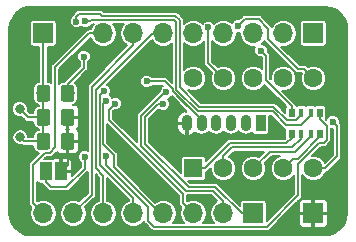
<source format=gbr>
G04 #@! TF.GenerationSoftware,KiCad,Pcbnew,(5.0.0)*
G04 #@! TF.CreationDate,2019-08-14T19:46:56-04:00*
G04 #@! TF.ProjectId,7segment,377365676D656E742E6B696361645F70,B*
G04 #@! TF.SameCoordinates,Original*
G04 #@! TF.FileFunction,Copper,L2,Bot,Signal*
G04 #@! TF.FilePolarity,Positive*
%FSLAX46Y46*%
G04 Gerber Fmt 4.6, Leading zero omitted, Abs format (unit mm)*
G04 Created by KiCad (PCBNEW (5.0.0)) date 08/14/19 19:46:56*
%MOMM*%
%LPD*%
G01*
G04 APERTURE LIST*
G04 #@! TA.AperFunction,ComponentPad*
%ADD10R,0.900000X1.400000*%
G04 #@! TD*
G04 #@! TA.AperFunction,ComponentPad*
%ADD11O,0.900000X1.400000*%
G04 #@! TD*
G04 #@! TA.AperFunction,Conductor*
%ADD12C,0.100000*%
G04 #@! TD*
G04 #@! TA.AperFunction,SMDPad,CuDef*
%ADD13C,1.150000*%
G04 #@! TD*
G04 #@! TA.AperFunction,SMDPad,CuDef*
%ADD14R,0.500000X0.800000*%
G04 #@! TD*
G04 #@! TA.AperFunction,SMDPad,CuDef*
%ADD15R,0.400000X0.800000*%
G04 #@! TD*
G04 #@! TA.AperFunction,SMDPad,CuDef*
%ADD16R,1.000000X1.500000*%
G04 #@! TD*
G04 #@! TA.AperFunction,ComponentPad*
%ADD17R,1.700000X1.700000*%
G04 #@! TD*
G04 #@! TA.AperFunction,ComponentPad*
%ADD18O,1.700000X1.700000*%
G04 #@! TD*
G04 #@! TA.AperFunction,ComponentPad*
%ADD19C,1.600000*%
G04 #@! TD*
G04 #@! TA.AperFunction,ComponentPad*
%ADD20R,1.600000X1.600000*%
G04 #@! TD*
G04 #@! TA.AperFunction,ViaPad*
%ADD21C,0.800000*%
G04 #@! TD*
G04 #@! TA.AperFunction,ViaPad*
%ADD22C,0.600000*%
G04 #@! TD*
G04 #@! TA.AperFunction,Conductor*
%ADD23C,0.200000*%
G04 #@! TD*
G04 #@! TA.AperFunction,Conductor*
%ADD24C,0.150000*%
G04 #@! TD*
G04 APERTURE END LIST*
D10*
G04 #@! TO.P,J5,1*
G04 #@! TO.N,MISO*
X81895000Y-45720000D03*
D11*
G04 #@! TO.P,J5,2*
G04 #@! TO.N,VCC*
X80645000Y-45720000D03*
G04 #@! TO.P,J5,3*
G04 #@! TO.N,SCK*
X79395000Y-45720000D03*
G04 #@! TO.P,J5,4*
G04 #@! TO.N,MOSI*
X78145000Y-45720000D03*
G04 #@! TO.P,J5,5*
G04 #@! TO.N,~RESET*
X76895000Y-45720000D03*
G04 #@! TO.P,J5,6*
G04 #@! TO.N,GND*
X75645000Y-45720000D03*
G04 #@! TD*
D12*
G04 #@! TO.N,VCC*
G04 #@! TO.C,C2*
G36*
X63849505Y-46545204D02*
X63873773Y-46548804D01*
X63897572Y-46554765D01*
X63920671Y-46563030D01*
X63942850Y-46573520D01*
X63963893Y-46586132D01*
X63983599Y-46600747D01*
X64001777Y-46617223D01*
X64018253Y-46635401D01*
X64032868Y-46655107D01*
X64045480Y-46676150D01*
X64055970Y-46698329D01*
X64064235Y-46721428D01*
X64070196Y-46745227D01*
X64073796Y-46769495D01*
X64075000Y-46793999D01*
X64075000Y-47694001D01*
X64073796Y-47718505D01*
X64070196Y-47742773D01*
X64064235Y-47766572D01*
X64055970Y-47789671D01*
X64045480Y-47811850D01*
X64032868Y-47832893D01*
X64018253Y-47852599D01*
X64001777Y-47870777D01*
X63983599Y-47887253D01*
X63963893Y-47901868D01*
X63942850Y-47914480D01*
X63920671Y-47924970D01*
X63897572Y-47933235D01*
X63873773Y-47939196D01*
X63849505Y-47942796D01*
X63825001Y-47944000D01*
X63174999Y-47944000D01*
X63150495Y-47942796D01*
X63126227Y-47939196D01*
X63102428Y-47933235D01*
X63079329Y-47924970D01*
X63057150Y-47914480D01*
X63036107Y-47901868D01*
X63016401Y-47887253D01*
X62998223Y-47870777D01*
X62981747Y-47852599D01*
X62967132Y-47832893D01*
X62954520Y-47811850D01*
X62944030Y-47789671D01*
X62935765Y-47766572D01*
X62929804Y-47742773D01*
X62926204Y-47718505D01*
X62925000Y-47694001D01*
X62925000Y-46793999D01*
X62926204Y-46769495D01*
X62929804Y-46745227D01*
X62935765Y-46721428D01*
X62944030Y-46698329D01*
X62954520Y-46676150D01*
X62967132Y-46655107D01*
X62981747Y-46635401D01*
X62998223Y-46617223D01*
X63016401Y-46600747D01*
X63036107Y-46586132D01*
X63057150Y-46573520D01*
X63079329Y-46563030D01*
X63102428Y-46554765D01*
X63126227Y-46548804D01*
X63150495Y-46545204D01*
X63174999Y-46544000D01*
X63825001Y-46544000D01*
X63849505Y-46545204D01*
X63849505Y-46545204D01*
G37*
D13*
G04 #@! TD*
G04 #@! TO.P,C2,1*
G04 #@! TO.N,VCC*
X63500000Y-47244000D03*
D12*
G04 #@! TO.N,GND*
G04 #@! TO.C,C2*
G36*
X65899505Y-46545204D02*
X65923773Y-46548804D01*
X65947572Y-46554765D01*
X65970671Y-46563030D01*
X65992850Y-46573520D01*
X66013893Y-46586132D01*
X66033599Y-46600747D01*
X66051777Y-46617223D01*
X66068253Y-46635401D01*
X66082868Y-46655107D01*
X66095480Y-46676150D01*
X66105970Y-46698329D01*
X66114235Y-46721428D01*
X66120196Y-46745227D01*
X66123796Y-46769495D01*
X66125000Y-46793999D01*
X66125000Y-47694001D01*
X66123796Y-47718505D01*
X66120196Y-47742773D01*
X66114235Y-47766572D01*
X66105970Y-47789671D01*
X66095480Y-47811850D01*
X66082868Y-47832893D01*
X66068253Y-47852599D01*
X66051777Y-47870777D01*
X66033599Y-47887253D01*
X66013893Y-47901868D01*
X65992850Y-47914480D01*
X65970671Y-47924970D01*
X65947572Y-47933235D01*
X65923773Y-47939196D01*
X65899505Y-47942796D01*
X65875001Y-47944000D01*
X65224999Y-47944000D01*
X65200495Y-47942796D01*
X65176227Y-47939196D01*
X65152428Y-47933235D01*
X65129329Y-47924970D01*
X65107150Y-47914480D01*
X65086107Y-47901868D01*
X65066401Y-47887253D01*
X65048223Y-47870777D01*
X65031747Y-47852599D01*
X65017132Y-47832893D01*
X65004520Y-47811850D01*
X64994030Y-47789671D01*
X64985765Y-47766572D01*
X64979804Y-47742773D01*
X64976204Y-47718505D01*
X64975000Y-47694001D01*
X64975000Y-46793999D01*
X64976204Y-46769495D01*
X64979804Y-46745227D01*
X64985765Y-46721428D01*
X64994030Y-46698329D01*
X65004520Y-46676150D01*
X65017132Y-46655107D01*
X65031747Y-46635401D01*
X65048223Y-46617223D01*
X65066401Y-46600747D01*
X65086107Y-46586132D01*
X65107150Y-46573520D01*
X65129329Y-46563030D01*
X65152428Y-46554765D01*
X65176227Y-46548804D01*
X65200495Y-46545204D01*
X65224999Y-46544000D01*
X65875001Y-46544000D01*
X65899505Y-46545204D01*
X65899505Y-46545204D01*
G37*
D13*
G04 #@! TD*
G04 #@! TO.P,C2,2*
G04 #@! TO.N,GND*
X65550000Y-47244000D03*
D14*
G04 #@! TO.P,RN1,1*
G04 #@! TO.N,Net-(RN1-Pad1)*
X84525000Y-44820000D03*
D15*
G04 #@! TO.P,RN1,3*
G04 #@! TO.N,Net-(RN1-Pad3)*
X86125000Y-44820000D03*
G04 #@! TO.P,RN1,2*
G04 #@! TO.N,Net-(RN1-Pad2)*
X85325000Y-44820000D03*
D14*
G04 #@! TO.P,RN1,4*
G04 #@! TO.N,Net-(RN1-Pad4)*
X86925000Y-44820000D03*
D15*
G04 #@! TO.P,RN1,7*
G04 #@! TO.N,SEG_D*
X85325000Y-46620000D03*
D14*
G04 #@! TO.P,RN1,8*
G04 #@! TO.N,SEG_E*
X84525000Y-46620000D03*
D15*
G04 #@! TO.P,RN1,6*
G04 #@! TO.N,SEG_C*
X86125000Y-46620000D03*
D14*
G04 #@! TO.P,RN1,5*
G04 #@! TO.N,SEG_G*
X86925000Y-46620000D03*
G04 #@! TD*
D16*
G04 #@! TO.P,JP2,1*
G04 #@! TO.N,Net-(JP2-Pad1)*
X63724000Y-49784000D03*
G04 #@! TO.P,JP2,2*
G04 #@! TO.N,GND*
X65024000Y-49784000D03*
G04 #@! TD*
D12*
G04 #@! TO.N,VCC*
G04 #@! TO.C,C1*
G36*
X63849505Y-44513204D02*
X63873773Y-44516804D01*
X63897572Y-44522765D01*
X63920671Y-44531030D01*
X63942850Y-44541520D01*
X63963893Y-44554132D01*
X63983599Y-44568747D01*
X64001777Y-44585223D01*
X64018253Y-44603401D01*
X64032868Y-44623107D01*
X64045480Y-44644150D01*
X64055970Y-44666329D01*
X64064235Y-44689428D01*
X64070196Y-44713227D01*
X64073796Y-44737495D01*
X64075000Y-44761999D01*
X64075000Y-45662001D01*
X64073796Y-45686505D01*
X64070196Y-45710773D01*
X64064235Y-45734572D01*
X64055970Y-45757671D01*
X64045480Y-45779850D01*
X64032868Y-45800893D01*
X64018253Y-45820599D01*
X64001777Y-45838777D01*
X63983599Y-45855253D01*
X63963893Y-45869868D01*
X63942850Y-45882480D01*
X63920671Y-45892970D01*
X63897572Y-45901235D01*
X63873773Y-45907196D01*
X63849505Y-45910796D01*
X63825001Y-45912000D01*
X63174999Y-45912000D01*
X63150495Y-45910796D01*
X63126227Y-45907196D01*
X63102428Y-45901235D01*
X63079329Y-45892970D01*
X63057150Y-45882480D01*
X63036107Y-45869868D01*
X63016401Y-45855253D01*
X62998223Y-45838777D01*
X62981747Y-45820599D01*
X62967132Y-45800893D01*
X62954520Y-45779850D01*
X62944030Y-45757671D01*
X62935765Y-45734572D01*
X62929804Y-45710773D01*
X62926204Y-45686505D01*
X62925000Y-45662001D01*
X62925000Y-44761999D01*
X62926204Y-44737495D01*
X62929804Y-44713227D01*
X62935765Y-44689428D01*
X62944030Y-44666329D01*
X62954520Y-44644150D01*
X62967132Y-44623107D01*
X62981747Y-44603401D01*
X62998223Y-44585223D01*
X63016401Y-44568747D01*
X63036107Y-44554132D01*
X63057150Y-44541520D01*
X63079329Y-44531030D01*
X63102428Y-44522765D01*
X63126227Y-44516804D01*
X63150495Y-44513204D01*
X63174999Y-44512000D01*
X63825001Y-44512000D01*
X63849505Y-44513204D01*
X63849505Y-44513204D01*
G37*
D13*
G04 #@! TD*
G04 #@! TO.P,C1,1*
G04 #@! TO.N,VCC*
X63500000Y-45212000D03*
D12*
G04 #@! TO.N,GND*
G04 #@! TO.C,C1*
G36*
X65899505Y-44513204D02*
X65923773Y-44516804D01*
X65947572Y-44522765D01*
X65970671Y-44531030D01*
X65992850Y-44541520D01*
X66013893Y-44554132D01*
X66033599Y-44568747D01*
X66051777Y-44585223D01*
X66068253Y-44603401D01*
X66082868Y-44623107D01*
X66095480Y-44644150D01*
X66105970Y-44666329D01*
X66114235Y-44689428D01*
X66120196Y-44713227D01*
X66123796Y-44737495D01*
X66125000Y-44761999D01*
X66125000Y-45662001D01*
X66123796Y-45686505D01*
X66120196Y-45710773D01*
X66114235Y-45734572D01*
X66105970Y-45757671D01*
X66095480Y-45779850D01*
X66082868Y-45800893D01*
X66068253Y-45820599D01*
X66051777Y-45838777D01*
X66033599Y-45855253D01*
X66013893Y-45869868D01*
X65992850Y-45882480D01*
X65970671Y-45892970D01*
X65947572Y-45901235D01*
X65923773Y-45907196D01*
X65899505Y-45910796D01*
X65875001Y-45912000D01*
X65224999Y-45912000D01*
X65200495Y-45910796D01*
X65176227Y-45907196D01*
X65152428Y-45901235D01*
X65129329Y-45892970D01*
X65107150Y-45882480D01*
X65086107Y-45869868D01*
X65066401Y-45855253D01*
X65048223Y-45838777D01*
X65031747Y-45820599D01*
X65017132Y-45800893D01*
X65004520Y-45779850D01*
X64994030Y-45757671D01*
X64985765Y-45734572D01*
X64979804Y-45710773D01*
X64976204Y-45686505D01*
X64975000Y-45662001D01*
X64975000Y-44761999D01*
X64976204Y-44737495D01*
X64979804Y-44713227D01*
X64985765Y-44689428D01*
X64994030Y-44666329D01*
X65004520Y-44644150D01*
X65017132Y-44623107D01*
X65031747Y-44603401D01*
X65048223Y-44585223D01*
X65066401Y-44568747D01*
X65086107Y-44554132D01*
X65107150Y-44541520D01*
X65129329Y-44531030D01*
X65152428Y-44522765D01*
X65176227Y-44516804D01*
X65200495Y-44513204D01*
X65224999Y-44512000D01*
X65875001Y-44512000D01*
X65899505Y-44513204D01*
X65899505Y-44513204D01*
G37*
D13*
G04 #@! TD*
G04 #@! TO.P,C1,2*
G04 #@! TO.N,GND*
X65550000Y-45212000D03*
D12*
G04 #@! TO.N,VCC*
G04 #@! TO.C,R3*
G36*
X63849505Y-42481204D02*
X63873773Y-42484804D01*
X63897572Y-42490765D01*
X63920671Y-42499030D01*
X63942850Y-42509520D01*
X63963893Y-42522132D01*
X63983599Y-42536747D01*
X64001777Y-42553223D01*
X64018253Y-42571401D01*
X64032868Y-42591107D01*
X64045480Y-42612150D01*
X64055970Y-42634329D01*
X64064235Y-42657428D01*
X64070196Y-42681227D01*
X64073796Y-42705495D01*
X64075000Y-42729999D01*
X64075000Y-43630001D01*
X64073796Y-43654505D01*
X64070196Y-43678773D01*
X64064235Y-43702572D01*
X64055970Y-43725671D01*
X64045480Y-43747850D01*
X64032868Y-43768893D01*
X64018253Y-43788599D01*
X64001777Y-43806777D01*
X63983599Y-43823253D01*
X63963893Y-43837868D01*
X63942850Y-43850480D01*
X63920671Y-43860970D01*
X63897572Y-43869235D01*
X63873773Y-43875196D01*
X63849505Y-43878796D01*
X63825001Y-43880000D01*
X63174999Y-43880000D01*
X63150495Y-43878796D01*
X63126227Y-43875196D01*
X63102428Y-43869235D01*
X63079329Y-43860970D01*
X63057150Y-43850480D01*
X63036107Y-43837868D01*
X63016401Y-43823253D01*
X62998223Y-43806777D01*
X62981747Y-43788599D01*
X62967132Y-43768893D01*
X62954520Y-43747850D01*
X62944030Y-43725671D01*
X62935765Y-43702572D01*
X62929804Y-43678773D01*
X62926204Y-43654505D01*
X62925000Y-43630001D01*
X62925000Y-42729999D01*
X62926204Y-42705495D01*
X62929804Y-42681227D01*
X62935765Y-42657428D01*
X62944030Y-42634329D01*
X62954520Y-42612150D01*
X62967132Y-42591107D01*
X62981747Y-42571401D01*
X62998223Y-42553223D01*
X63016401Y-42536747D01*
X63036107Y-42522132D01*
X63057150Y-42509520D01*
X63079329Y-42499030D01*
X63102428Y-42490765D01*
X63126227Y-42484804D01*
X63150495Y-42481204D01*
X63174999Y-42480000D01*
X63825001Y-42480000D01*
X63849505Y-42481204D01*
X63849505Y-42481204D01*
G37*
D13*
G04 #@! TD*
G04 #@! TO.P,R3,1*
G04 #@! TO.N,VCC*
X63500000Y-43180000D03*
D12*
G04 #@! TO.N,~RESET*
G04 #@! TO.C,R3*
G36*
X65899505Y-42481204D02*
X65923773Y-42484804D01*
X65947572Y-42490765D01*
X65970671Y-42499030D01*
X65992850Y-42509520D01*
X66013893Y-42522132D01*
X66033599Y-42536747D01*
X66051777Y-42553223D01*
X66068253Y-42571401D01*
X66082868Y-42591107D01*
X66095480Y-42612150D01*
X66105970Y-42634329D01*
X66114235Y-42657428D01*
X66120196Y-42681227D01*
X66123796Y-42705495D01*
X66125000Y-42729999D01*
X66125000Y-43630001D01*
X66123796Y-43654505D01*
X66120196Y-43678773D01*
X66114235Y-43702572D01*
X66105970Y-43725671D01*
X66095480Y-43747850D01*
X66082868Y-43768893D01*
X66068253Y-43788599D01*
X66051777Y-43806777D01*
X66033599Y-43823253D01*
X66013893Y-43837868D01*
X65992850Y-43850480D01*
X65970671Y-43860970D01*
X65947572Y-43869235D01*
X65923773Y-43875196D01*
X65899505Y-43878796D01*
X65875001Y-43880000D01*
X65224999Y-43880000D01*
X65200495Y-43878796D01*
X65176227Y-43875196D01*
X65152428Y-43869235D01*
X65129329Y-43860970D01*
X65107150Y-43850480D01*
X65086107Y-43837868D01*
X65066401Y-43823253D01*
X65048223Y-43806777D01*
X65031747Y-43788599D01*
X65017132Y-43768893D01*
X65004520Y-43747850D01*
X64994030Y-43725671D01*
X64985765Y-43702572D01*
X64979804Y-43678773D01*
X64976204Y-43654505D01*
X64975000Y-43630001D01*
X64975000Y-42729999D01*
X64976204Y-42705495D01*
X64979804Y-42681227D01*
X64985765Y-42657428D01*
X64994030Y-42634329D01*
X65004520Y-42612150D01*
X65017132Y-42591107D01*
X65031747Y-42571401D01*
X65048223Y-42553223D01*
X65066401Y-42536747D01*
X65086107Y-42522132D01*
X65107150Y-42509520D01*
X65129329Y-42499030D01*
X65152428Y-42490765D01*
X65176227Y-42484804D01*
X65200495Y-42481204D01*
X65224999Y-42480000D01*
X65875001Y-42480000D01*
X65899505Y-42481204D01*
X65899505Y-42481204D01*
G37*
D13*
G04 #@! TD*
G04 #@! TO.P,R3,2*
G04 #@! TO.N,~RESET*
X65550000Y-43180000D03*
D17*
G04 #@! TO.P,J4,1*
G04 #@! TO.N,/IN0*
X81280000Y-53340000D03*
D18*
G04 #@! TO.P,J4,2*
G04 #@! TO.N,/IN1*
X78740000Y-53340000D03*
G04 #@! TO.P,J4,3*
G04 #@! TO.N,/IN2*
X76200000Y-53340000D03*
G04 #@! TO.P,J4,4*
G04 #@! TO.N,/IN3*
X73660000Y-53340000D03*
G04 #@! TO.P,J4,5*
G04 #@! TO.N,/IN4*
X71120000Y-53340000D03*
G04 #@! TO.P,J4,6*
G04 #@! TO.N,/IN5*
X68580000Y-53340000D03*
G04 #@! TO.P,J4,7*
G04 #@! TO.N,/IN6*
X66040000Y-53340000D03*
G04 #@! TO.P,J4,8*
G04 #@! TO.N,/IN7*
X63500000Y-53340000D03*
G04 #@! TD*
D17*
G04 #@! TO.P,J3,1*
G04 #@! TO.N,GND*
X86360000Y-53340000D03*
G04 #@! TD*
G04 #@! TO.P,J1,1*
G04 #@! TO.N,VCC*
X63500000Y-38100000D03*
G04 #@! TD*
D19*
G04 #@! TO.P,U1,10*
G04 #@! TO.N,SEG_F*
X76200000Y-41910000D03*
G04 #@! TO.P,U1,9*
G04 #@! TO.N,D0*
X78740000Y-41910000D03*
G04 #@! TO.P,U1,8*
G04 #@! TO.N,SEG_B*
X81280000Y-41910000D03*
G04 #@! TO.P,U1,7*
G04 #@! TO.N,SEG_A*
X83820000Y-41910000D03*
G04 #@! TO.P,U1,6*
G04 #@! TO.N,D1*
X86360000Y-41910000D03*
G04 #@! TO.P,U1,5*
G04 #@! TO.N,SEG_DP*
X86360000Y-49530000D03*
G04 #@! TO.P,U1,4*
G04 #@! TO.N,SEG_G*
X83820000Y-49530000D03*
G04 #@! TO.P,U1,3*
G04 #@! TO.N,SEG_C*
X81280000Y-49530000D03*
G04 #@! TO.P,U1,2*
G04 #@! TO.N,SEG_D*
X78740000Y-49530000D03*
D20*
G04 #@! TO.P,U1,1*
G04 #@! TO.N,SEG_E*
X76200000Y-49530000D03*
G04 #@! TD*
D17*
G04 #@! TO.P,J2,1*
G04 #@! TO.N,/IN0*
X86360000Y-38100000D03*
D18*
G04 #@! TO.P,J2,2*
G04 #@! TO.N,/IN1*
X83820000Y-38100000D03*
G04 #@! TO.P,J2,3*
G04 #@! TO.N,/IN2*
X81280000Y-38100000D03*
G04 #@! TO.P,J2,4*
G04 #@! TO.N,/IN3*
X78740000Y-38100000D03*
G04 #@! TO.P,J2,5*
G04 #@! TO.N,/IN4*
X76200000Y-38100000D03*
G04 #@! TO.P,J2,6*
G04 #@! TO.N,/IN5*
X73660000Y-38100000D03*
G04 #@! TO.P,J2,7*
G04 #@! TO.N,/IN6*
X71120000Y-38100000D03*
G04 #@! TO.P,J2,8*
G04 #@! TO.N,/IN7*
X68580000Y-38100000D03*
G04 #@! TD*
D21*
G04 #@! TO.N,VCC*
X61500000Y-44500000D03*
X61550000Y-46900000D03*
G04 #@! TO.N,GND*
X66900000Y-45249998D03*
D22*
X73660000Y-51435000D03*
X80010000Y-51435000D03*
X87630000Y-48260000D03*
D21*
X73152000Y-45223013D03*
D22*
X73152000Y-41021000D03*
X69723000Y-45279010D03*
X77343000Y-52197000D03*
X71374000Y-50038000D03*
X80010000Y-41148000D03*
G04 #@! TO.N,/IN0*
X73660000Y-44069000D03*
G04 #@! TO.N,/IN1*
X73914004Y-43053000D03*
G04 #@! TO.N,/IN2*
X69596000Y-44051990D03*
G04 #@! TO.N,/IN3*
X68834000Y-43815000D03*
G04 #@! TO.N,/IN4*
X68633740Y-42979738D03*
G04 #@! TO.N,Net-(JP2-Pad1)*
X67000000Y-48575010D03*
G04 #@! TO.N,~RESET*
X66929000Y-40068020D03*
X72263000Y-42164000D03*
G04 #@! TO.N,Net-(RN1-Pad1)*
X81915000Y-39560979D03*
G04 #@! TO.N,Net-(RN1-Pad3)*
X67056000Y-37084000D03*
G04 #@! TO.N,Net-(RN1-Pad2)*
X66306268Y-37104479D03*
G04 #@! TO.N,Net-(RN1-Pad4)*
X68834000Y-48514000D03*
G04 #@! TO.N,D0*
X77469996Y-37592000D03*
G04 #@! TO.N,D1*
X80010000Y-37464990D03*
G04 #@! TO.N,SEG_DP*
X88011000Y-45593000D03*
G04 #@! TD*
D23*
G04 #@! TO.N,VCC*
X63500000Y-45212000D02*
X62212000Y-45212000D01*
X62212000Y-45212000D02*
X61500000Y-44500000D01*
X63500000Y-47244000D02*
X61894000Y-47244000D01*
X61894000Y-47244000D02*
X61550000Y-46900000D01*
X63500000Y-47244000D02*
X63500000Y-45212000D01*
X63500000Y-45212000D02*
X63500000Y-43180000D01*
X63500000Y-38100000D02*
X63500000Y-43180000D01*
G04 #@! TO.N,GND*
X65550000Y-49258000D02*
X65024000Y-49784000D01*
X65550000Y-47244000D02*
X65550000Y-49258000D01*
X65550000Y-45212000D02*
X66862002Y-45212000D01*
X66862002Y-45212000D02*
X66900000Y-45249998D01*
X65550000Y-45212000D02*
X65550000Y-47244000D01*
X75645000Y-45720000D02*
X73648987Y-45720000D01*
X73648987Y-45720000D02*
X73551999Y-45623012D01*
X73551999Y-45623012D02*
X73152000Y-45223013D01*
D24*
G04 #@! TO.N,/IN0*
X75799987Y-51134989D02*
X72095998Y-47431000D01*
X72095998Y-45208738D02*
X73235736Y-44069000D01*
X78074989Y-51134989D02*
X75799987Y-51134989D01*
X80280000Y-53340000D02*
X78074989Y-51134989D01*
X72095998Y-47431000D02*
X72095998Y-45208738D01*
X81280000Y-53340000D02*
X80280000Y-53340000D01*
X73235736Y-44069000D02*
X73660000Y-44069000D01*
G04 #@! TO.N,/IN1*
X73787000Y-43053000D02*
X73914004Y-43053000D01*
X71755000Y-45085000D02*
X73787000Y-43053000D01*
X71755000Y-47625000D02*
X71755000Y-45085000D01*
X78740000Y-52324000D02*
X77851000Y-51435000D01*
X77851000Y-51435000D02*
X75565000Y-51435000D01*
X78740000Y-53340000D02*
X78740000Y-52324000D01*
X75565000Y-51435000D02*
X71755000Y-47625000D01*
G04 #@! TO.N,/IN2*
X75350001Y-51728001D02*
X69088000Y-45466000D01*
X69088000Y-44559990D02*
X69296001Y-44351989D01*
X75350001Y-52490001D02*
X75350001Y-51728001D01*
X69296001Y-44351989D02*
X69596000Y-44051990D01*
X69088000Y-45466000D02*
X69088000Y-44559990D01*
X76200000Y-53340000D02*
X75350001Y-52490001D01*
G04 #@! TO.N,/IN3*
X68580000Y-44069000D02*
X68834000Y-43815000D01*
X68580000Y-47498000D02*
X68580000Y-44069000D01*
X69469000Y-48387000D02*
X68580000Y-47498000D01*
X69469000Y-49403000D02*
X69469000Y-48387000D01*
X73660000Y-53340000D02*
X73406000Y-53340000D01*
X73406000Y-53340000D02*
X69469000Y-49403000D01*
G04 #@! TO.N,/IN4*
X71120000Y-52070000D02*
X68279999Y-49229999D01*
X68279999Y-49229999D02*
X68279999Y-43333479D01*
X68279999Y-43333479D02*
X68333741Y-43279737D01*
X68333741Y-43279737D02*
X68633740Y-42979738D01*
X71120000Y-53340000D02*
X71120000Y-52070000D01*
G04 #@! TO.N,/IN5*
X68580000Y-50165000D02*
X68580000Y-53340000D01*
X67945000Y-49530000D02*
X68580000Y-50165000D01*
X67945000Y-42926000D02*
X67945000Y-49530000D01*
X73660000Y-38100000D02*
X72771000Y-38100000D01*
X72771000Y-38100000D02*
X67945000Y-42926000D01*
G04 #@! TO.N,/IN6*
X71120000Y-39116000D02*
X71120000Y-38100000D01*
X67598978Y-42637022D02*
X71120000Y-39116000D01*
X66040000Y-53340000D02*
X67598978Y-51781022D01*
X67598978Y-51781022D02*
X67598978Y-42637022D01*
G04 #@! TO.N,/IN7*
X63633988Y-48219010D02*
X62650001Y-49202997D01*
X64516000Y-47745480D02*
X64042470Y-48219010D01*
X64042470Y-48219010D02*
X63633988Y-48219010D01*
X64516000Y-40961919D02*
X64516000Y-47745480D01*
X68580000Y-38100000D02*
X67377919Y-38100000D01*
X62650001Y-49202997D02*
X62650001Y-52490001D01*
X67377919Y-38100000D02*
X64516000Y-40961919D01*
X62650001Y-52490001D02*
X63500000Y-53340000D01*
G04 #@! TO.N,Net-(JP2-Pad1)*
X67000000Y-49553002D02*
X67000000Y-48575010D01*
X65453002Y-51100000D02*
X67000000Y-49553002D01*
X64140000Y-51100000D02*
X65453002Y-51100000D01*
X63724000Y-49784000D02*
X63724000Y-50684000D01*
X63724000Y-50684000D02*
X64140000Y-51100000D01*
G04 #@! TO.N,~RESET*
X65730000Y-43000000D02*
X65550000Y-43180000D01*
X76895000Y-45470000D02*
X74803000Y-43378000D01*
X76895000Y-45470000D02*
X76895000Y-45720000D01*
X66929000Y-40132000D02*
X66929000Y-40068020D01*
X66929000Y-41021000D02*
X66929000Y-40132000D01*
X65550000Y-43180000D02*
X65550000Y-42400000D01*
X65550000Y-42400000D02*
X66929000Y-41021000D01*
X74439001Y-42800999D02*
X73802002Y-42164000D01*
X72687264Y-42164000D02*
X72263000Y-42164000D01*
X73802002Y-42164000D02*
X72687264Y-42164000D01*
X76895000Y-45470000D02*
X74439001Y-43014001D01*
X74439001Y-43014001D02*
X74439001Y-42800999D01*
G04 #@! TO.N,Net-(RN1-Pad1)*
X84525000Y-44670000D02*
X84525000Y-44820000D01*
X82341999Y-42086999D02*
X82341999Y-39987978D01*
X84525000Y-44270000D02*
X82341999Y-42086999D01*
X84525000Y-44820000D02*
X84525000Y-44270000D01*
X82214999Y-39860978D02*
X81915000Y-39560979D01*
X82341999Y-39987978D02*
X82214999Y-39860978D01*
G04 #@! TO.N,Net-(RN1-Pad3)*
X86125000Y-44820000D02*
X86125000Y-45020000D01*
X74756989Y-37121711D02*
X74592278Y-36957000D01*
X84074000Y-45847000D02*
X82931000Y-44704000D01*
X76581000Y-44704000D02*
X74756989Y-42879989D01*
X74592278Y-36957000D02*
X67607264Y-36957000D01*
X85298000Y-45847000D02*
X84074000Y-45847000D01*
X74756989Y-42879989D02*
X74756989Y-37121711D01*
X67480264Y-37084000D02*
X67056000Y-37084000D01*
X86125000Y-45020000D02*
X85298000Y-45847000D01*
X82931000Y-44704000D02*
X76581000Y-44704000D01*
X67607264Y-36957000D02*
X67480264Y-37084000D01*
G04 #@! TO.N,Net-(RN1-Pad2)*
X76708000Y-44323000D02*
X75057000Y-42672000D01*
X66306268Y-36680215D02*
X66306268Y-37104479D01*
X82974278Y-44323000D02*
X76708000Y-44323000D01*
X84096279Y-45445001D02*
X82974278Y-44323000D01*
X84899999Y-45445001D02*
X84096279Y-45445001D01*
X85325000Y-44820000D02*
X85325000Y-45020000D01*
X85325000Y-45020000D02*
X84899999Y-45445001D01*
X68493443Y-36616443D02*
X68326000Y-36449000D01*
X75057000Y-42672000D02*
X75057000Y-36997443D01*
X75057000Y-36997443D02*
X74676000Y-36616443D01*
X74676000Y-36616443D02*
X68493443Y-36616443D01*
X68326000Y-36449000D02*
X66537483Y-36449000D01*
X66537483Y-36449000D02*
X66306268Y-36680215D01*
G04 #@! TO.N,Net-(RN1-Pad4)*
X68834000Y-49276000D02*
X68834000Y-48938264D01*
X72390000Y-52832000D02*
X68834000Y-49276000D01*
X72390000Y-53975000D02*
X72390000Y-52832000D01*
X68834000Y-48938264D02*
X68834000Y-48514000D01*
X72898000Y-54483000D02*
X72390000Y-53975000D01*
X82423000Y-54483000D02*
X72898000Y-54483000D01*
X85090000Y-51816000D02*
X82423000Y-54483000D01*
X86925000Y-45370000D02*
X87503000Y-45948000D01*
X86925000Y-44820000D02*
X86925000Y-45370000D01*
X87503000Y-45948000D02*
X87503000Y-47097002D01*
X85090000Y-49149000D02*
X85090000Y-51816000D01*
X87229002Y-47371000D02*
X86868000Y-47371000D01*
X87503000Y-47097002D02*
X87229002Y-47371000D01*
X86868000Y-47371000D02*
X85090000Y-49149000D01*
G04 #@! TO.N,D0*
X77469996Y-40639996D02*
X77469996Y-38016264D01*
X77469996Y-38016264D02*
X77469996Y-37592000D01*
X78740000Y-41910000D02*
X77469996Y-40639996D01*
G04 #@! TO.N,D1*
X86360000Y-41910000D02*
X85560001Y-41110001D01*
X85560001Y-41110001D02*
X85052001Y-41110001D01*
X82550000Y-38608000D02*
X82550000Y-37719000D01*
X80563989Y-36911001D02*
X80309999Y-37164991D01*
X81742001Y-36911001D02*
X80563989Y-36911001D01*
X82550000Y-37719000D02*
X81742001Y-36911001D01*
X80309999Y-37164991D02*
X80010000Y-37464990D01*
X85052001Y-41110001D02*
X82550000Y-38608000D01*
G04 #@! TO.N,SEG_D*
X85325000Y-47009000D02*
X85325000Y-46620000D01*
X84582000Y-47752000D02*
X85325000Y-47009000D01*
X79502000Y-47752000D02*
X84582000Y-47752000D01*
X78740000Y-49530000D02*
X78740000Y-48514000D01*
X78740000Y-48514000D02*
X79502000Y-47752000D01*
G04 #@! TO.N,SEG_E*
X84525000Y-46920000D02*
X84525000Y-46620000D01*
X84074000Y-47371000D02*
X84525000Y-46920000D01*
X79309000Y-47371000D02*
X84074000Y-47371000D01*
X76200000Y-49530000D02*
X77150000Y-49530000D01*
X77150000Y-49530000D02*
X79309000Y-47371000D01*
G04 #@! TO.N,SEG_C*
X86125000Y-46820000D02*
X86125000Y-46620000D01*
X84812000Y-48133000D02*
X86125000Y-46820000D01*
X81280000Y-49530000D02*
X82677000Y-48133000D01*
X82677000Y-48133000D02*
X84812000Y-48133000D01*
G04 #@! TO.N,SEG_G*
X86925000Y-46825002D02*
X86925000Y-46620000D01*
X85020001Y-48730001D02*
X86925000Y-46825002D01*
X83820000Y-49530000D02*
X84619999Y-48730001D01*
X84619999Y-48730001D02*
X85020001Y-48730001D01*
G04 #@! TO.N,SEG_DP*
X88392000Y-45974000D02*
X88011000Y-45593000D01*
X87376000Y-49530000D02*
X88392000Y-48514000D01*
X86360000Y-49530000D02*
X87376000Y-49530000D01*
X88392000Y-48514000D02*
X88392000Y-45974000D01*
G04 #@! TD*
G04 #@! TO.N,GND*
G36*
X87875168Y-35931179D02*
X88337559Y-36131273D01*
X88729110Y-36448345D01*
X89020970Y-36859030D01*
X89193259Y-37337580D01*
X89235000Y-37734727D01*
X89235001Y-53319543D01*
X89163821Y-53839168D01*
X88963726Y-54301560D01*
X88646655Y-54693110D01*
X88235968Y-54984971D01*
X87757420Y-55157259D01*
X87360274Y-55199000D01*
X62504450Y-55199000D01*
X61984832Y-55127821D01*
X61522440Y-54927726D01*
X61130890Y-54610655D01*
X60839029Y-54199968D01*
X60666741Y-53721420D01*
X60625000Y-53324274D01*
X60625000Y-44365734D01*
X60825000Y-44365734D01*
X60825000Y-44634266D01*
X60927763Y-44882357D01*
X61117643Y-45072237D01*
X61365734Y-45175000D01*
X61634266Y-45175000D01*
X61641623Y-45171953D01*
X61920722Y-45451052D01*
X61941641Y-45482359D01*
X61972948Y-45503278D01*
X61972949Y-45503279D01*
X62065681Y-45565241D01*
X62065682Y-45565241D01*
X62065683Y-45565242D01*
X62175069Y-45587000D01*
X62175073Y-45587000D01*
X62211999Y-45594345D01*
X62248926Y-45587000D01*
X62644613Y-45587000D01*
X62644613Y-45662001D01*
X62684986Y-45864971D01*
X62799959Y-46037041D01*
X62972029Y-46152014D01*
X63125001Y-46182442D01*
X63125000Y-46273558D01*
X62972029Y-46303986D01*
X62799959Y-46418959D01*
X62684986Y-46591029D01*
X62644613Y-46793999D01*
X62644613Y-46869000D01*
X62225000Y-46869000D01*
X62225000Y-46765734D01*
X62122237Y-46517643D01*
X61932357Y-46327763D01*
X61684266Y-46225000D01*
X61415734Y-46225000D01*
X61167643Y-46327763D01*
X60977763Y-46517643D01*
X60875000Y-46765734D01*
X60875000Y-47034266D01*
X60977763Y-47282357D01*
X61167643Y-47472237D01*
X61415734Y-47575000D01*
X61684266Y-47575000D01*
X61702865Y-47567296D01*
X61747681Y-47597241D01*
X61747682Y-47597241D01*
X61747683Y-47597242D01*
X61857069Y-47619000D01*
X61857073Y-47619000D01*
X61893999Y-47626345D01*
X61930925Y-47619000D01*
X62644613Y-47619000D01*
X62644613Y-47694001D01*
X62684986Y-47896971D01*
X62799959Y-48069041D01*
X62972029Y-48184014D01*
X63140499Y-48217525D01*
X62426887Y-48931137D01*
X62397666Y-48950663D01*
X62320309Y-49066435D01*
X62300001Y-49168530D01*
X62300001Y-49168533D01*
X62293146Y-49202997D01*
X62300001Y-49237461D01*
X62300002Y-52455533D01*
X62293146Y-52490001D01*
X62320309Y-52626563D01*
X62320310Y-52626564D01*
X62397667Y-52742336D01*
X62426888Y-52761861D01*
X62490662Y-52825635D01*
X62440273Y-52901047D01*
X62352960Y-53340000D01*
X62440273Y-53778953D01*
X62688920Y-54151080D01*
X63061047Y-54399727D01*
X63389197Y-54465000D01*
X63610803Y-54465000D01*
X63938953Y-54399727D01*
X64311080Y-54151080D01*
X64559727Y-53778953D01*
X64647040Y-53340000D01*
X64559727Y-52901047D01*
X64311080Y-52528920D01*
X63938953Y-52280273D01*
X63610803Y-52215000D01*
X63389197Y-52215000D01*
X63061047Y-52280273D01*
X63000001Y-52321063D01*
X63000001Y-50693748D01*
X63025736Y-50732264D01*
X63116701Y-50793044D01*
X63224000Y-50814387D01*
X63393080Y-50814387D01*
X63394308Y-50820562D01*
X63431942Y-50876885D01*
X63471666Y-50936335D01*
X63500886Y-50955860D01*
X63868142Y-51323116D01*
X63887665Y-51352335D01*
X63916883Y-51371858D01*
X63916885Y-51371860D01*
X63995168Y-51424167D01*
X64003437Y-51429692D01*
X64105532Y-51450000D01*
X64105536Y-51450000D01*
X64140000Y-51456855D01*
X64174464Y-51450000D01*
X65418538Y-51450000D01*
X65453002Y-51456855D01*
X65487466Y-51450000D01*
X65487470Y-51450000D01*
X65589565Y-51429692D01*
X65705337Y-51352335D01*
X65724864Y-51323111D01*
X67223119Y-49824858D01*
X67248978Y-49807579D01*
X67248978Y-51636047D01*
X66554365Y-52330661D01*
X66478953Y-52280273D01*
X66150803Y-52215000D01*
X65929197Y-52215000D01*
X65601047Y-52280273D01*
X65228920Y-52528920D01*
X64980273Y-52901047D01*
X64892960Y-53340000D01*
X64980273Y-53778953D01*
X65228920Y-54151080D01*
X65601047Y-54399727D01*
X65929197Y-54465000D01*
X66150803Y-54465000D01*
X66478953Y-54399727D01*
X66851080Y-54151080D01*
X67099727Y-53778953D01*
X67187040Y-53340000D01*
X67099727Y-52901047D01*
X67049339Y-52825635D01*
X67822097Y-52052878D01*
X67851312Y-52033357D01*
X67870834Y-52004141D01*
X67870838Y-52004137D01*
X67928670Y-51917585D01*
X67928670Y-51917584D01*
X67948978Y-51815490D01*
X67948978Y-51815486D01*
X67955833Y-51781022D01*
X67948978Y-51746558D01*
X67948978Y-50028952D01*
X68230000Y-50309975D01*
X68230001Y-52262579D01*
X68141047Y-52280273D01*
X67768920Y-52528920D01*
X67520273Y-52901047D01*
X67432960Y-53340000D01*
X67520273Y-53778953D01*
X67768920Y-54151080D01*
X68141047Y-54399727D01*
X68469197Y-54465000D01*
X68690803Y-54465000D01*
X69018953Y-54399727D01*
X69391080Y-54151080D01*
X69639727Y-53778953D01*
X69727040Y-53340000D01*
X69639727Y-52901047D01*
X69391080Y-52528920D01*
X69018953Y-52280273D01*
X68930000Y-52262579D01*
X68930000Y-50374973D01*
X70770001Y-52214975D01*
X70770001Y-52262579D01*
X70681047Y-52280273D01*
X70308920Y-52528920D01*
X70060273Y-52901047D01*
X69972960Y-53340000D01*
X70060273Y-53778953D01*
X70308920Y-54151080D01*
X70681047Y-54399727D01*
X71009197Y-54465000D01*
X71230803Y-54465000D01*
X71558953Y-54399727D01*
X71931080Y-54151080D01*
X72036721Y-53992977D01*
X72040000Y-54009464D01*
X72040000Y-54009467D01*
X72060308Y-54111562D01*
X72137665Y-54227334D01*
X72166886Y-54246859D01*
X72626142Y-54706116D01*
X72645665Y-54735335D01*
X72674883Y-54754858D01*
X72674884Y-54754859D01*
X72718121Y-54783749D01*
X72761437Y-54812692D01*
X72863532Y-54833000D01*
X72863536Y-54833000D01*
X72897999Y-54839855D01*
X72932462Y-54833000D01*
X82388536Y-54833000D01*
X82423000Y-54839855D01*
X82457464Y-54833000D01*
X82457468Y-54833000D01*
X82559563Y-54812692D01*
X82675335Y-54735335D01*
X82694862Y-54706111D01*
X83892223Y-53508750D01*
X85135000Y-53508750D01*
X85135000Y-54264592D01*
X85192090Y-54402420D01*
X85297579Y-54507910D01*
X85435408Y-54565000D01*
X86191250Y-54565000D01*
X86285000Y-54471250D01*
X86285000Y-53415000D01*
X86435000Y-53415000D01*
X86435000Y-54471250D01*
X86528750Y-54565000D01*
X87284592Y-54565000D01*
X87422421Y-54507910D01*
X87527910Y-54402420D01*
X87585000Y-54264592D01*
X87585000Y-53508750D01*
X87491250Y-53415000D01*
X86435000Y-53415000D01*
X86285000Y-53415000D01*
X85228750Y-53415000D01*
X85135000Y-53508750D01*
X83892223Y-53508750D01*
X84985566Y-52415408D01*
X85135000Y-52415408D01*
X85135000Y-53171250D01*
X85228750Y-53265000D01*
X86285000Y-53265000D01*
X86285000Y-52208750D01*
X86435000Y-52208750D01*
X86435000Y-53265000D01*
X87491250Y-53265000D01*
X87585000Y-53171250D01*
X87585000Y-52415408D01*
X87527910Y-52277580D01*
X87422421Y-52172090D01*
X87284592Y-52115000D01*
X86528750Y-52115000D01*
X86435000Y-52208750D01*
X86285000Y-52208750D01*
X86191250Y-52115000D01*
X85435408Y-52115000D01*
X85297579Y-52172090D01*
X85192090Y-52277580D01*
X85135000Y-52415408D01*
X84985566Y-52415408D01*
X85313117Y-52087858D01*
X85342335Y-52068335D01*
X85361858Y-52039117D01*
X85361860Y-52039115D01*
X85419692Y-51952563D01*
X85423496Y-51933437D01*
X85440000Y-51850468D01*
X85440000Y-51850464D01*
X85446855Y-51816000D01*
X85440000Y-51781536D01*
X85440000Y-50118033D01*
X85448659Y-50138938D01*
X85751062Y-50441341D01*
X86146169Y-50605000D01*
X86573831Y-50605000D01*
X86968938Y-50441341D01*
X87271341Y-50138938D01*
X87375776Y-49886810D01*
X87376000Y-49886855D01*
X87410464Y-49880000D01*
X87410468Y-49880000D01*
X87512563Y-49859692D01*
X87628335Y-49782335D01*
X87647862Y-49753111D01*
X88615116Y-48785858D01*
X88644334Y-48766335D01*
X88668612Y-48730002D01*
X88721692Y-48650563D01*
X88728038Y-48618659D01*
X88742000Y-48548468D01*
X88742000Y-48548464D01*
X88748855Y-48514000D01*
X88742000Y-48479536D01*
X88742000Y-46008462D01*
X88748855Y-45973999D01*
X88742000Y-45939536D01*
X88742000Y-45939532D01*
X88721692Y-45837437D01*
X88692749Y-45794121D01*
X88663859Y-45750884D01*
X88663858Y-45750883D01*
X88644335Y-45721665D01*
X88615116Y-45702142D01*
X88586000Y-45673025D01*
X88586000Y-45478625D01*
X88498462Y-45267289D01*
X88336711Y-45105538D01*
X88125375Y-45018000D01*
X87896625Y-45018000D01*
X87685289Y-45105538D01*
X87523538Y-45267289D01*
X87463122Y-45413148D01*
X87411305Y-45361331D01*
X87434044Y-45327299D01*
X87455387Y-45220000D01*
X87455387Y-44420000D01*
X87434044Y-44312701D01*
X87373264Y-44221736D01*
X87282299Y-44160956D01*
X87175000Y-44139613D01*
X86675000Y-44139613D01*
X86567701Y-44160956D01*
X86500000Y-44206192D01*
X86432299Y-44160956D01*
X86325000Y-44139613D01*
X85925000Y-44139613D01*
X85817701Y-44160956D01*
X85726736Y-44221736D01*
X85725000Y-44224334D01*
X85723264Y-44221736D01*
X85632299Y-44160956D01*
X85525000Y-44139613D01*
X85125000Y-44139613D01*
X85017701Y-44160956D01*
X84950000Y-44206192D01*
X84882299Y-44160956D01*
X84859254Y-44156372D01*
X84854692Y-44133437D01*
X84832119Y-44099654D01*
X84796860Y-44046885D01*
X84796858Y-44046883D01*
X84777335Y-44017665D01*
X84748117Y-43998142D01*
X83734974Y-42985000D01*
X84033831Y-42985000D01*
X84428938Y-42821341D01*
X84731341Y-42518938D01*
X84895000Y-42123831D01*
X84895000Y-41696169D01*
X84731341Y-41301062D01*
X84428938Y-40998659D01*
X84033831Y-40835000D01*
X83606169Y-40835000D01*
X83211062Y-40998659D01*
X82908659Y-41301062D01*
X82745000Y-41696169D01*
X82745000Y-41995027D01*
X82691999Y-41942026D01*
X82691999Y-40022440D01*
X82698854Y-39987977D01*
X82691999Y-39953515D01*
X82691999Y-39953510D01*
X82671691Y-39851415D01*
X82594334Y-39735643D01*
X82565110Y-39716116D01*
X82490000Y-39641006D01*
X82490000Y-39446604D01*
X82402462Y-39235268D01*
X82240711Y-39073517D01*
X82029375Y-38985979D01*
X81978986Y-38985979D01*
X82091080Y-38911080D01*
X82216187Y-38723844D01*
X82220308Y-38744562D01*
X82297665Y-38860334D01*
X82326887Y-38879860D01*
X84780143Y-41333118D01*
X84799666Y-41362336D01*
X84828884Y-41381859D01*
X84828886Y-41381861D01*
X84915438Y-41439693D01*
X85017533Y-41460001D01*
X85017537Y-41460001D01*
X85052001Y-41466856D01*
X85086465Y-41460001D01*
X85382824Y-41460001D01*
X85285000Y-41696169D01*
X85285000Y-42123831D01*
X85448659Y-42518938D01*
X85751062Y-42821341D01*
X86146169Y-42985000D01*
X86573831Y-42985000D01*
X86968938Y-42821341D01*
X87271341Y-42518938D01*
X87435000Y-42123831D01*
X87435000Y-41696169D01*
X87271341Y-41301062D01*
X86968938Y-40998659D01*
X86573831Y-40835000D01*
X86146169Y-40835000D01*
X85887230Y-40942256D01*
X85831863Y-40886890D01*
X85812336Y-40857666D01*
X85696564Y-40780309D01*
X85594469Y-40760001D01*
X85594465Y-40760001D01*
X85560001Y-40753146D01*
X85525537Y-40760001D01*
X85196976Y-40760001D01*
X83650248Y-39213274D01*
X83709197Y-39225000D01*
X83930803Y-39225000D01*
X84258953Y-39159727D01*
X84631080Y-38911080D01*
X84879727Y-38538953D01*
X84967040Y-38100000D01*
X84879727Y-37661047D01*
X84631080Y-37288920D01*
X84572833Y-37250000D01*
X85229613Y-37250000D01*
X85229613Y-38950000D01*
X85250956Y-39057299D01*
X85311736Y-39148264D01*
X85402701Y-39209044D01*
X85510000Y-39230387D01*
X87210000Y-39230387D01*
X87317299Y-39209044D01*
X87408264Y-39148264D01*
X87469044Y-39057299D01*
X87490387Y-38950000D01*
X87490387Y-37250000D01*
X87469044Y-37142701D01*
X87408264Y-37051736D01*
X87317299Y-36990956D01*
X87210000Y-36969613D01*
X85510000Y-36969613D01*
X85402701Y-36990956D01*
X85311736Y-37051736D01*
X85250956Y-37142701D01*
X85229613Y-37250000D01*
X84572833Y-37250000D01*
X84258953Y-37040273D01*
X83930803Y-36975000D01*
X83709197Y-36975000D01*
X83381047Y-37040273D01*
X83008920Y-37288920D01*
X82846245Y-37532381D01*
X82802335Y-37466665D01*
X82773114Y-37447140D01*
X82013863Y-36687890D01*
X81994336Y-36658666D01*
X81878564Y-36581309D01*
X81776469Y-36561001D01*
X81776465Y-36561001D01*
X81742001Y-36554146D01*
X81707537Y-36561001D01*
X80598451Y-36561001D01*
X80563988Y-36554146D01*
X80529526Y-36561001D01*
X80529521Y-36561001D01*
X80427426Y-36581309D01*
X80311654Y-36658666D01*
X80292129Y-36687888D01*
X80090027Y-36889990D01*
X79895625Y-36889990D01*
X79684289Y-36977528D01*
X79522538Y-37139279D01*
X79480178Y-37241545D01*
X79178953Y-37040273D01*
X78850803Y-36975000D01*
X78629197Y-36975000D01*
X78301047Y-37040273D01*
X77958614Y-37269079D01*
X77957458Y-37266289D01*
X77795707Y-37104538D01*
X77584371Y-37017000D01*
X77355621Y-37017000D01*
X77144285Y-37104538D01*
X76982534Y-37266289D01*
X76981380Y-37269075D01*
X76638953Y-37040273D01*
X76310803Y-36975000D01*
X76089197Y-36975000D01*
X75761047Y-37040273D01*
X75407000Y-37276839D01*
X75407000Y-37031905D01*
X75413855Y-36997442D01*
X75407000Y-36962979D01*
X75407000Y-36962975D01*
X75386692Y-36860880D01*
X75331826Y-36778768D01*
X75328859Y-36774327D01*
X75328858Y-36774326D01*
X75309335Y-36745108D01*
X75280116Y-36725585D01*
X74947862Y-36393331D01*
X74928335Y-36364108D01*
X74812563Y-36286751D01*
X74710468Y-36266443D01*
X74710464Y-36266443D01*
X74676000Y-36259588D01*
X74641536Y-36266443D01*
X68638416Y-36266443D01*
X68597862Y-36225889D01*
X68578335Y-36196665D01*
X68462563Y-36119308D01*
X68360468Y-36099000D01*
X68360464Y-36099000D01*
X68326000Y-36092145D01*
X68291536Y-36099000D01*
X66571945Y-36099000D01*
X66537482Y-36092145D01*
X66503019Y-36099000D01*
X66503015Y-36099000D01*
X66400920Y-36119308D01*
X66285148Y-36196665D01*
X66265624Y-36225884D01*
X66083154Y-36408356D01*
X66053933Y-36427881D01*
X65976576Y-36543653D01*
X65957371Y-36640203D01*
X65818806Y-36778768D01*
X65731268Y-36990104D01*
X65731268Y-37218854D01*
X65818806Y-37430190D01*
X65980557Y-37591941D01*
X66191893Y-37679479D01*
X66420643Y-37679479D01*
X66631979Y-37591941D01*
X66691374Y-37532547D01*
X66730289Y-37571462D01*
X66941625Y-37659000D01*
X67170375Y-37659000D01*
X67381711Y-37571462D01*
X67520276Y-37432897D01*
X67616827Y-37413692D01*
X67732599Y-37336335D01*
X67752126Y-37307111D01*
X67752237Y-37307000D01*
X67756839Y-37307000D01*
X67520273Y-37661047D01*
X67502579Y-37750000D01*
X67412383Y-37750000D01*
X67377919Y-37743145D01*
X67343455Y-37750000D01*
X67343451Y-37750000D01*
X67241356Y-37770308D01*
X67154804Y-37828140D01*
X67154802Y-37828142D01*
X67125584Y-37847665D01*
X67106061Y-37876883D01*
X64292887Y-40690059D01*
X64263665Y-40709585D01*
X64186308Y-40825357D01*
X64166000Y-40927452D01*
X64166000Y-40927455D01*
X64159145Y-40961919D01*
X64166000Y-40996383D01*
X64166000Y-42332214D01*
X64027971Y-42239986D01*
X63875000Y-42209558D01*
X63875000Y-39230387D01*
X64350000Y-39230387D01*
X64457299Y-39209044D01*
X64548264Y-39148264D01*
X64609044Y-39057299D01*
X64630387Y-38950000D01*
X64630387Y-37250000D01*
X64609044Y-37142701D01*
X64548264Y-37051736D01*
X64457299Y-36990956D01*
X64350000Y-36969613D01*
X62650000Y-36969613D01*
X62542701Y-36990956D01*
X62451736Y-37051736D01*
X62390956Y-37142701D01*
X62369613Y-37250000D01*
X62369613Y-38950000D01*
X62390956Y-39057299D01*
X62451736Y-39148264D01*
X62542701Y-39209044D01*
X62650000Y-39230387D01*
X63125000Y-39230387D01*
X63125001Y-42209558D01*
X62972029Y-42239986D01*
X62799959Y-42354959D01*
X62684986Y-42527029D01*
X62644613Y-42729999D01*
X62644613Y-43630001D01*
X62684986Y-43832971D01*
X62799959Y-44005041D01*
X62972029Y-44120014D01*
X63125001Y-44150442D01*
X63125000Y-44241558D01*
X62972029Y-44271986D01*
X62799959Y-44386959D01*
X62684986Y-44559029D01*
X62644613Y-44761999D01*
X62644613Y-44837000D01*
X62367330Y-44837000D01*
X62171953Y-44641623D01*
X62175000Y-44634266D01*
X62175000Y-44365734D01*
X62072237Y-44117643D01*
X61882357Y-43927763D01*
X61634266Y-43825000D01*
X61365734Y-43825000D01*
X61117643Y-43927763D01*
X60927763Y-44117643D01*
X60825000Y-44365734D01*
X60625000Y-44365734D01*
X60625000Y-37739450D01*
X60696179Y-37219832D01*
X60896273Y-36757441D01*
X61213345Y-36365890D01*
X61624030Y-36074030D01*
X62102580Y-35901741D01*
X62499727Y-35860000D01*
X87355550Y-35860000D01*
X87875168Y-35931179D01*
X87875168Y-35931179D01*
G37*
X87875168Y-35931179D02*
X88337559Y-36131273D01*
X88729110Y-36448345D01*
X89020970Y-36859030D01*
X89193259Y-37337580D01*
X89235000Y-37734727D01*
X89235001Y-53319543D01*
X89163821Y-53839168D01*
X88963726Y-54301560D01*
X88646655Y-54693110D01*
X88235968Y-54984971D01*
X87757420Y-55157259D01*
X87360274Y-55199000D01*
X62504450Y-55199000D01*
X61984832Y-55127821D01*
X61522440Y-54927726D01*
X61130890Y-54610655D01*
X60839029Y-54199968D01*
X60666741Y-53721420D01*
X60625000Y-53324274D01*
X60625000Y-44365734D01*
X60825000Y-44365734D01*
X60825000Y-44634266D01*
X60927763Y-44882357D01*
X61117643Y-45072237D01*
X61365734Y-45175000D01*
X61634266Y-45175000D01*
X61641623Y-45171953D01*
X61920722Y-45451052D01*
X61941641Y-45482359D01*
X61972948Y-45503278D01*
X61972949Y-45503279D01*
X62065681Y-45565241D01*
X62065682Y-45565241D01*
X62065683Y-45565242D01*
X62175069Y-45587000D01*
X62175073Y-45587000D01*
X62211999Y-45594345D01*
X62248926Y-45587000D01*
X62644613Y-45587000D01*
X62644613Y-45662001D01*
X62684986Y-45864971D01*
X62799959Y-46037041D01*
X62972029Y-46152014D01*
X63125001Y-46182442D01*
X63125000Y-46273558D01*
X62972029Y-46303986D01*
X62799959Y-46418959D01*
X62684986Y-46591029D01*
X62644613Y-46793999D01*
X62644613Y-46869000D01*
X62225000Y-46869000D01*
X62225000Y-46765734D01*
X62122237Y-46517643D01*
X61932357Y-46327763D01*
X61684266Y-46225000D01*
X61415734Y-46225000D01*
X61167643Y-46327763D01*
X60977763Y-46517643D01*
X60875000Y-46765734D01*
X60875000Y-47034266D01*
X60977763Y-47282357D01*
X61167643Y-47472237D01*
X61415734Y-47575000D01*
X61684266Y-47575000D01*
X61702865Y-47567296D01*
X61747681Y-47597241D01*
X61747682Y-47597241D01*
X61747683Y-47597242D01*
X61857069Y-47619000D01*
X61857073Y-47619000D01*
X61893999Y-47626345D01*
X61930925Y-47619000D01*
X62644613Y-47619000D01*
X62644613Y-47694001D01*
X62684986Y-47896971D01*
X62799959Y-48069041D01*
X62972029Y-48184014D01*
X63140499Y-48217525D01*
X62426887Y-48931137D01*
X62397666Y-48950663D01*
X62320309Y-49066435D01*
X62300001Y-49168530D01*
X62300001Y-49168533D01*
X62293146Y-49202997D01*
X62300001Y-49237461D01*
X62300002Y-52455533D01*
X62293146Y-52490001D01*
X62320309Y-52626563D01*
X62320310Y-52626564D01*
X62397667Y-52742336D01*
X62426888Y-52761861D01*
X62490662Y-52825635D01*
X62440273Y-52901047D01*
X62352960Y-53340000D01*
X62440273Y-53778953D01*
X62688920Y-54151080D01*
X63061047Y-54399727D01*
X63389197Y-54465000D01*
X63610803Y-54465000D01*
X63938953Y-54399727D01*
X64311080Y-54151080D01*
X64559727Y-53778953D01*
X64647040Y-53340000D01*
X64559727Y-52901047D01*
X64311080Y-52528920D01*
X63938953Y-52280273D01*
X63610803Y-52215000D01*
X63389197Y-52215000D01*
X63061047Y-52280273D01*
X63000001Y-52321063D01*
X63000001Y-50693748D01*
X63025736Y-50732264D01*
X63116701Y-50793044D01*
X63224000Y-50814387D01*
X63393080Y-50814387D01*
X63394308Y-50820562D01*
X63431942Y-50876885D01*
X63471666Y-50936335D01*
X63500886Y-50955860D01*
X63868142Y-51323116D01*
X63887665Y-51352335D01*
X63916883Y-51371858D01*
X63916885Y-51371860D01*
X63995168Y-51424167D01*
X64003437Y-51429692D01*
X64105532Y-51450000D01*
X64105536Y-51450000D01*
X64140000Y-51456855D01*
X64174464Y-51450000D01*
X65418538Y-51450000D01*
X65453002Y-51456855D01*
X65487466Y-51450000D01*
X65487470Y-51450000D01*
X65589565Y-51429692D01*
X65705337Y-51352335D01*
X65724864Y-51323111D01*
X67223119Y-49824858D01*
X67248978Y-49807579D01*
X67248978Y-51636047D01*
X66554365Y-52330661D01*
X66478953Y-52280273D01*
X66150803Y-52215000D01*
X65929197Y-52215000D01*
X65601047Y-52280273D01*
X65228920Y-52528920D01*
X64980273Y-52901047D01*
X64892960Y-53340000D01*
X64980273Y-53778953D01*
X65228920Y-54151080D01*
X65601047Y-54399727D01*
X65929197Y-54465000D01*
X66150803Y-54465000D01*
X66478953Y-54399727D01*
X66851080Y-54151080D01*
X67099727Y-53778953D01*
X67187040Y-53340000D01*
X67099727Y-52901047D01*
X67049339Y-52825635D01*
X67822097Y-52052878D01*
X67851312Y-52033357D01*
X67870834Y-52004141D01*
X67870838Y-52004137D01*
X67928670Y-51917585D01*
X67928670Y-51917584D01*
X67948978Y-51815490D01*
X67948978Y-51815486D01*
X67955833Y-51781022D01*
X67948978Y-51746558D01*
X67948978Y-50028952D01*
X68230000Y-50309975D01*
X68230001Y-52262579D01*
X68141047Y-52280273D01*
X67768920Y-52528920D01*
X67520273Y-52901047D01*
X67432960Y-53340000D01*
X67520273Y-53778953D01*
X67768920Y-54151080D01*
X68141047Y-54399727D01*
X68469197Y-54465000D01*
X68690803Y-54465000D01*
X69018953Y-54399727D01*
X69391080Y-54151080D01*
X69639727Y-53778953D01*
X69727040Y-53340000D01*
X69639727Y-52901047D01*
X69391080Y-52528920D01*
X69018953Y-52280273D01*
X68930000Y-52262579D01*
X68930000Y-50374973D01*
X70770001Y-52214975D01*
X70770001Y-52262579D01*
X70681047Y-52280273D01*
X70308920Y-52528920D01*
X70060273Y-52901047D01*
X69972960Y-53340000D01*
X70060273Y-53778953D01*
X70308920Y-54151080D01*
X70681047Y-54399727D01*
X71009197Y-54465000D01*
X71230803Y-54465000D01*
X71558953Y-54399727D01*
X71931080Y-54151080D01*
X72036721Y-53992977D01*
X72040000Y-54009464D01*
X72040000Y-54009467D01*
X72060308Y-54111562D01*
X72137665Y-54227334D01*
X72166886Y-54246859D01*
X72626142Y-54706116D01*
X72645665Y-54735335D01*
X72674883Y-54754858D01*
X72674884Y-54754859D01*
X72718121Y-54783749D01*
X72761437Y-54812692D01*
X72863532Y-54833000D01*
X72863536Y-54833000D01*
X72897999Y-54839855D01*
X72932462Y-54833000D01*
X82388536Y-54833000D01*
X82423000Y-54839855D01*
X82457464Y-54833000D01*
X82457468Y-54833000D01*
X82559563Y-54812692D01*
X82675335Y-54735335D01*
X82694862Y-54706111D01*
X83892223Y-53508750D01*
X85135000Y-53508750D01*
X85135000Y-54264592D01*
X85192090Y-54402420D01*
X85297579Y-54507910D01*
X85435408Y-54565000D01*
X86191250Y-54565000D01*
X86285000Y-54471250D01*
X86285000Y-53415000D01*
X86435000Y-53415000D01*
X86435000Y-54471250D01*
X86528750Y-54565000D01*
X87284592Y-54565000D01*
X87422421Y-54507910D01*
X87527910Y-54402420D01*
X87585000Y-54264592D01*
X87585000Y-53508750D01*
X87491250Y-53415000D01*
X86435000Y-53415000D01*
X86285000Y-53415000D01*
X85228750Y-53415000D01*
X85135000Y-53508750D01*
X83892223Y-53508750D01*
X84985566Y-52415408D01*
X85135000Y-52415408D01*
X85135000Y-53171250D01*
X85228750Y-53265000D01*
X86285000Y-53265000D01*
X86285000Y-52208750D01*
X86435000Y-52208750D01*
X86435000Y-53265000D01*
X87491250Y-53265000D01*
X87585000Y-53171250D01*
X87585000Y-52415408D01*
X87527910Y-52277580D01*
X87422421Y-52172090D01*
X87284592Y-52115000D01*
X86528750Y-52115000D01*
X86435000Y-52208750D01*
X86285000Y-52208750D01*
X86191250Y-52115000D01*
X85435408Y-52115000D01*
X85297579Y-52172090D01*
X85192090Y-52277580D01*
X85135000Y-52415408D01*
X84985566Y-52415408D01*
X85313117Y-52087858D01*
X85342335Y-52068335D01*
X85361858Y-52039117D01*
X85361860Y-52039115D01*
X85419692Y-51952563D01*
X85423496Y-51933437D01*
X85440000Y-51850468D01*
X85440000Y-51850464D01*
X85446855Y-51816000D01*
X85440000Y-51781536D01*
X85440000Y-50118033D01*
X85448659Y-50138938D01*
X85751062Y-50441341D01*
X86146169Y-50605000D01*
X86573831Y-50605000D01*
X86968938Y-50441341D01*
X87271341Y-50138938D01*
X87375776Y-49886810D01*
X87376000Y-49886855D01*
X87410464Y-49880000D01*
X87410468Y-49880000D01*
X87512563Y-49859692D01*
X87628335Y-49782335D01*
X87647862Y-49753111D01*
X88615116Y-48785858D01*
X88644334Y-48766335D01*
X88668612Y-48730002D01*
X88721692Y-48650563D01*
X88728038Y-48618659D01*
X88742000Y-48548468D01*
X88742000Y-48548464D01*
X88748855Y-48514000D01*
X88742000Y-48479536D01*
X88742000Y-46008462D01*
X88748855Y-45973999D01*
X88742000Y-45939536D01*
X88742000Y-45939532D01*
X88721692Y-45837437D01*
X88692749Y-45794121D01*
X88663859Y-45750884D01*
X88663858Y-45750883D01*
X88644335Y-45721665D01*
X88615116Y-45702142D01*
X88586000Y-45673025D01*
X88586000Y-45478625D01*
X88498462Y-45267289D01*
X88336711Y-45105538D01*
X88125375Y-45018000D01*
X87896625Y-45018000D01*
X87685289Y-45105538D01*
X87523538Y-45267289D01*
X87463122Y-45413148D01*
X87411305Y-45361331D01*
X87434044Y-45327299D01*
X87455387Y-45220000D01*
X87455387Y-44420000D01*
X87434044Y-44312701D01*
X87373264Y-44221736D01*
X87282299Y-44160956D01*
X87175000Y-44139613D01*
X86675000Y-44139613D01*
X86567701Y-44160956D01*
X86500000Y-44206192D01*
X86432299Y-44160956D01*
X86325000Y-44139613D01*
X85925000Y-44139613D01*
X85817701Y-44160956D01*
X85726736Y-44221736D01*
X85725000Y-44224334D01*
X85723264Y-44221736D01*
X85632299Y-44160956D01*
X85525000Y-44139613D01*
X85125000Y-44139613D01*
X85017701Y-44160956D01*
X84950000Y-44206192D01*
X84882299Y-44160956D01*
X84859254Y-44156372D01*
X84854692Y-44133437D01*
X84832119Y-44099654D01*
X84796860Y-44046885D01*
X84796858Y-44046883D01*
X84777335Y-44017665D01*
X84748117Y-43998142D01*
X83734974Y-42985000D01*
X84033831Y-42985000D01*
X84428938Y-42821341D01*
X84731341Y-42518938D01*
X84895000Y-42123831D01*
X84895000Y-41696169D01*
X84731341Y-41301062D01*
X84428938Y-40998659D01*
X84033831Y-40835000D01*
X83606169Y-40835000D01*
X83211062Y-40998659D01*
X82908659Y-41301062D01*
X82745000Y-41696169D01*
X82745000Y-41995027D01*
X82691999Y-41942026D01*
X82691999Y-40022440D01*
X82698854Y-39987977D01*
X82691999Y-39953515D01*
X82691999Y-39953510D01*
X82671691Y-39851415D01*
X82594334Y-39735643D01*
X82565110Y-39716116D01*
X82490000Y-39641006D01*
X82490000Y-39446604D01*
X82402462Y-39235268D01*
X82240711Y-39073517D01*
X82029375Y-38985979D01*
X81978986Y-38985979D01*
X82091080Y-38911080D01*
X82216187Y-38723844D01*
X82220308Y-38744562D01*
X82297665Y-38860334D01*
X82326887Y-38879860D01*
X84780143Y-41333118D01*
X84799666Y-41362336D01*
X84828884Y-41381859D01*
X84828886Y-41381861D01*
X84915438Y-41439693D01*
X85017533Y-41460001D01*
X85017537Y-41460001D01*
X85052001Y-41466856D01*
X85086465Y-41460001D01*
X85382824Y-41460001D01*
X85285000Y-41696169D01*
X85285000Y-42123831D01*
X85448659Y-42518938D01*
X85751062Y-42821341D01*
X86146169Y-42985000D01*
X86573831Y-42985000D01*
X86968938Y-42821341D01*
X87271341Y-42518938D01*
X87435000Y-42123831D01*
X87435000Y-41696169D01*
X87271341Y-41301062D01*
X86968938Y-40998659D01*
X86573831Y-40835000D01*
X86146169Y-40835000D01*
X85887230Y-40942256D01*
X85831863Y-40886890D01*
X85812336Y-40857666D01*
X85696564Y-40780309D01*
X85594469Y-40760001D01*
X85594465Y-40760001D01*
X85560001Y-40753146D01*
X85525537Y-40760001D01*
X85196976Y-40760001D01*
X83650248Y-39213274D01*
X83709197Y-39225000D01*
X83930803Y-39225000D01*
X84258953Y-39159727D01*
X84631080Y-38911080D01*
X84879727Y-38538953D01*
X84967040Y-38100000D01*
X84879727Y-37661047D01*
X84631080Y-37288920D01*
X84572833Y-37250000D01*
X85229613Y-37250000D01*
X85229613Y-38950000D01*
X85250956Y-39057299D01*
X85311736Y-39148264D01*
X85402701Y-39209044D01*
X85510000Y-39230387D01*
X87210000Y-39230387D01*
X87317299Y-39209044D01*
X87408264Y-39148264D01*
X87469044Y-39057299D01*
X87490387Y-38950000D01*
X87490387Y-37250000D01*
X87469044Y-37142701D01*
X87408264Y-37051736D01*
X87317299Y-36990956D01*
X87210000Y-36969613D01*
X85510000Y-36969613D01*
X85402701Y-36990956D01*
X85311736Y-37051736D01*
X85250956Y-37142701D01*
X85229613Y-37250000D01*
X84572833Y-37250000D01*
X84258953Y-37040273D01*
X83930803Y-36975000D01*
X83709197Y-36975000D01*
X83381047Y-37040273D01*
X83008920Y-37288920D01*
X82846245Y-37532381D01*
X82802335Y-37466665D01*
X82773114Y-37447140D01*
X82013863Y-36687890D01*
X81994336Y-36658666D01*
X81878564Y-36581309D01*
X81776469Y-36561001D01*
X81776465Y-36561001D01*
X81742001Y-36554146D01*
X81707537Y-36561001D01*
X80598451Y-36561001D01*
X80563988Y-36554146D01*
X80529526Y-36561001D01*
X80529521Y-36561001D01*
X80427426Y-36581309D01*
X80311654Y-36658666D01*
X80292129Y-36687888D01*
X80090027Y-36889990D01*
X79895625Y-36889990D01*
X79684289Y-36977528D01*
X79522538Y-37139279D01*
X79480178Y-37241545D01*
X79178953Y-37040273D01*
X78850803Y-36975000D01*
X78629197Y-36975000D01*
X78301047Y-37040273D01*
X77958614Y-37269079D01*
X77957458Y-37266289D01*
X77795707Y-37104538D01*
X77584371Y-37017000D01*
X77355621Y-37017000D01*
X77144285Y-37104538D01*
X76982534Y-37266289D01*
X76981380Y-37269075D01*
X76638953Y-37040273D01*
X76310803Y-36975000D01*
X76089197Y-36975000D01*
X75761047Y-37040273D01*
X75407000Y-37276839D01*
X75407000Y-37031905D01*
X75413855Y-36997442D01*
X75407000Y-36962979D01*
X75407000Y-36962975D01*
X75386692Y-36860880D01*
X75331826Y-36778768D01*
X75328859Y-36774327D01*
X75328858Y-36774326D01*
X75309335Y-36745108D01*
X75280116Y-36725585D01*
X74947862Y-36393331D01*
X74928335Y-36364108D01*
X74812563Y-36286751D01*
X74710468Y-36266443D01*
X74710464Y-36266443D01*
X74676000Y-36259588D01*
X74641536Y-36266443D01*
X68638416Y-36266443D01*
X68597862Y-36225889D01*
X68578335Y-36196665D01*
X68462563Y-36119308D01*
X68360468Y-36099000D01*
X68360464Y-36099000D01*
X68326000Y-36092145D01*
X68291536Y-36099000D01*
X66571945Y-36099000D01*
X66537482Y-36092145D01*
X66503019Y-36099000D01*
X66503015Y-36099000D01*
X66400920Y-36119308D01*
X66285148Y-36196665D01*
X66265624Y-36225884D01*
X66083154Y-36408356D01*
X66053933Y-36427881D01*
X65976576Y-36543653D01*
X65957371Y-36640203D01*
X65818806Y-36778768D01*
X65731268Y-36990104D01*
X65731268Y-37218854D01*
X65818806Y-37430190D01*
X65980557Y-37591941D01*
X66191893Y-37679479D01*
X66420643Y-37679479D01*
X66631979Y-37591941D01*
X66691374Y-37532547D01*
X66730289Y-37571462D01*
X66941625Y-37659000D01*
X67170375Y-37659000D01*
X67381711Y-37571462D01*
X67520276Y-37432897D01*
X67616827Y-37413692D01*
X67732599Y-37336335D01*
X67752126Y-37307111D01*
X67752237Y-37307000D01*
X67756839Y-37307000D01*
X67520273Y-37661047D01*
X67502579Y-37750000D01*
X67412383Y-37750000D01*
X67377919Y-37743145D01*
X67343455Y-37750000D01*
X67343451Y-37750000D01*
X67241356Y-37770308D01*
X67154804Y-37828140D01*
X67154802Y-37828142D01*
X67125584Y-37847665D01*
X67106061Y-37876883D01*
X64292887Y-40690059D01*
X64263665Y-40709585D01*
X64186308Y-40825357D01*
X64166000Y-40927452D01*
X64166000Y-40927455D01*
X64159145Y-40961919D01*
X64166000Y-40996383D01*
X64166000Y-42332214D01*
X64027971Y-42239986D01*
X63875000Y-42209558D01*
X63875000Y-39230387D01*
X64350000Y-39230387D01*
X64457299Y-39209044D01*
X64548264Y-39148264D01*
X64609044Y-39057299D01*
X64630387Y-38950000D01*
X64630387Y-37250000D01*
X64609044Y-37142701D01*
X64548264Y-37051736D01*
X64457299Y-36990956D01*
X64350000Y-36969613D01*
X62650000Y-36969613D01*
X62542701Y-36990956D01*
X62451736Y-37051736D01*
X62390956Y-37142701D01*
X62369613Y-37250000D01*
X62369613Y-38950000D01*
X62390956Y-39057299D01*
X62451736Y-39148264D01*
X62542701Y-39209044D01*
X62650000Y-39230387D01*
X63125000Y-39230387D01*
X63125001Y-42209558D01*
X62972029Y-42239986D01*
X62799959Y-42354959D01*
X62684986Y-42527029D01*
X62644613Y-42729999D01*
X62644613Y-43630001D01*
X62684986Y-43832971D01*
X62799959Y-44005041D01*
X62972029Y-44120014D01*
X63125001Y-44150442D01*
X63125000Y-44241558D01*
X62972029Y-44271986D01*
X62799959Y-44386959D01*
X62684986Y-44559029D01*
X62644613Y-44761999D01*
X62644613Y-44837000D01*
X62367330Y-44837000D01*
X62171953Y-44641623D01*
X62175000Y-44634266D01*
X62175000Y-44365734D01*
X62072237Y-44117643D01*
X61882357Y-43927763D01*
X61634266Y-43825000D01*
X61365734Y-43825000D01*
X61117643Y-43927763D01*
X60927763Y-44117643D01*
X60825000Y-44365734D01*
X60625000Y-44365734D01*
X60625000Y-37739450D01*
X60696179Y-37219832D01*
X60896273Y-36757441D01*
X61213345Y-36365890D01*
X61624030Y-36074030D01*
X62102580Y-35901741D01*
X62499727Y-35860000D01*
X87355550Y-35860000D01*
X87875168Y-35931179D01*
G36*
X75000002Y-51872977D02*
X75000001Y-52455537D01*
X74993146Y-52490001D01*
X75000001Y-52524465D01*
X75000001Y-52524468D01*
X75020309Y-52626563D01*
X75097666Y-52742335D01*
X75126888Y-52761861D01*
X75190662Y-52825635D01*
X75140273Y-52901047D01*
X75052960Y-53340000D01*
X75140273Y-53778953D01*
X75376839Y-54133000D01*
X74483161Y-54133000D01*
X74719727Y-53778953D01*
X74807040Y-53340000D01*
X74719727Y-52901047D01*
X74471080Y-52528920D01*
X74098953Y-52280273D01*
X73770803Y-52215000D01*
X73549197Y-52215000D01*
X73221047Y-52280273D01*
X72993374Y-52432399D01*
X69819000Y-49258027D01*
X69819000Y-48421464D01*
X69825855Y-48387000D01*
X69819000Y-48352536D01*
X69819000Y-48352532D01*
X69798692Y-48250437D01*
X69793149Y-48242141D01*
X69740860Y-48163885D01*
X69740858Y-48163883D01*
X69721335Y-48134665D01*
X69692117Y-48115142D01*
X68930000Y-47353027D01*
X68930000Y-45802973D01*
X75000002Y-51872977D01*
X75000002Y-51872977D01*
G37*
X75000002Y-51872977D02*
X75000001Y-52455537D01*
X74993146Y-52490001D01*
X75000001Y-52524465D01*
X75000001Y-52524468D01*
X75020309Y-52626563D01*
X75097666Y-52742335D01*
X75126888Y-52761861D01*
X75190662Y-52825635D01*
X75140273Y-52901047D01*
X75052960Y-53340000D01*
X75140273Y-53778953D01*
X75376839Y-54133000D01*
X74483161Y-54133000D01*
X74719727Y-53778953D01*
X74807040Y-53340000D01*
X74719727Y-52901047D01*
X74471080Y-52528920D01*
X74098953Y-52280273D01*
X73770803Y-52215000D01*
X73549197Y-52215000D01*
X73221047Y-52280273D01*
X72993374Y-52432399D01*
X69819000Y-49258027D01*
X69819000Y-48421464D01*
X69825855Y-48387000D01*
X69819000Y-48352536D01*
X69819000Y-48352532D01*
X69798692Y-48250437D01*
X69793149Y-48242141D01*
X69740860Y-48163885D01*
X69740858Y-48163883D01*
X69721335Y-48134665D01*
X69692117Y-48115142D01*
X68930000Y-47353027D01*
X68930000Y-45802973D01*
X75000002Y-51872977D01*
G36*
X78241252Y-52320227D02*
X77928920Y-52528920D01*
X77680273Y-52901047D01*
X77592960Y-53340000D01*
X77680273Y-53778953D01*
X77916839Y-54133000D01*
X77023161Y-54133000D01*
X77259727Y-53778953D01*
X77347040Y-53340000D01*
X77259727Y-52901047D01*
X77011080Y-52528920D01*
X76638953Y-52280273D01*
X76310803Y-52215000D01*
X76089197Y-52215000D01*
X75761047Y-52280273D01*
X75700001Y-52321063D01*
X75700001Y-51785000D01*
X77706027Y-51785000D01*
X78241252Y-52320227D01*
X78241252Y-52320227D01*
G37*
X78241252Y-52320227D02*
X77928920Y-52528920D01*
X77680273Y-52901047D01*
X77592960Y-53340000D01*
X77680273Y-53778953D01*
X77916839Y-54133000D01*
X77023161Y-54133000D01*
X77259727Y-53778953D01*
X77347040Y-53340000D01*
X77259727Y-52901047D01*
X77011080Y-52528920D01*
X76638953Y-52280273D01*
X76310803Y-52215000D01*
X76089197Y-52215000D01*
X75761047Y-52280273D01*
X75700001Y-52321063D01*
X75700001Y-51785000D01*
X77706027Y-51785000D01*
X78241252Y-52320227D01*
G36*
X81752770Y-48562256D02*
X81493831Y-48455000D01*
X81066169Y-48455000D01*
X80671062Y-48618659D01*
X80368659Y-48921062D01*
X80205000Y-49316169D01*
X80205000Y-49743831D01*
X80368659Y-50138938D01*
X80671062Y-50441341D01*
X81066169Y-50605000D01*
X81493831Y-50605000D01*
X81888938Y-50441341D01*
X82191341Y-50138938D01*
X82355000Y-49743831D01*
X82355000Y-49316169D01*
X82247744Y-49057230D01*
X82821975Y-48483000D01*
X83538571Y-48483000D01*
X83211062Y-48618659D01*
X82908659Y-48921062D01*
X82745000Y-49316169D01*
X82745000Y-49743831D01*
X82908659Y-50138938D01*
X83211062Y-50441341D01*
X83606169Y-50605000D01*
X84033831Y-50605000D01*
X84428938Y-50441341D01*
X84731341Y-50138938D01*
X84740000Y-50118033D01*
X84740001Y-51671024D01*
X82410387Y-54000640D01*
X82410387Y-52490000D01*
X82389044Y-52382701D01*
X82328264Y-52291736D01*
X82237299Y-52230956D01*
X82130000Y-52209613D01*
X80430000Y-52209613D01*
X80322701Y-52230956D01*
X80231736Y-52291736D01*
X80170956Y-52382701D01*
X80149613Y-52490000D01*
X80149613Y-52714638D01*
X78346851Y-50911878D01*
X78327324Y-50882654D01*
X78211552Y-50805297D01*
X78109457Y-50784989D01*
X78109453Y-50784989D01*
X78074989Y-50778134D01*
X78040525Y-50784989D01*
X75944962Y-50784989D01*
X75770360Y-50610387D01*
X77000000Y-50610387D01*
X77107299Y-50589044D01*
X77198264Y-50528264D01*
X77259044Y-50437299D01*
X77280387Y-50330000D01*
X77280387Y-49860920D01*
X77286563Y-49859692D01*
X77402335Y-49782335D01*
X77421862Y-49753111D01*
X77665000Y-49509973D01*
X77665000Y-49743831D01*
X77828659Y-50138938D01*
X78131062Y-50441341D01*
X78526169Y-50605000D01*
X78953831Y-50605000D01*
X79348938Y-50441341D01*
X79651341Y-50138938D01*
X79815000Y-49743831D01*
X79815000Y-49316169D01*
X79651341Y-48921062D01*
X79348938Y-48618659D01*
X79194348Y-48554626D01*
X79646975Y-48102000D01*
X82213025Y-48102000D01*
X81752770Y-48562256D01*
X81752770Y-48562256D01*
G37*
X81752770Y-48562256D02*
X81493831Y-48455000D01*
X81066169Y-48455000D01*
X80671062Y-48618659D01*
X80368659Y-48921062D01*
X80205000Y-49316169D01*
X80205000Y-49743831D01*
X80368659Y-50138938D01*
X80671062Y-50441341D01*
X81066169Y-50605000D01*
X81493831Y-50605000D01*
X81888938Y-50441341D01*
X82191341Y-50138938D01*
X82355000Y-49743831D01*
X82355000Y-49316169D01*
X82247744Y-49057230D01*
X82821975Y-48483000D01*
X83538571Y-48483000D01*
X83211062Y-48618659D01*
X82908659Y-48921062D01*
X82745000Y-49316169D01*
X82745000Y-49743831D01*
X82908659Y-50138938D01*
X83211062Y-50441341D01*
X83606169Y-50605000D01*
X84033831Y-50605000D01*
X84428938Y-50441341D01*
X84731341Y-50138938D01*
X84740000Y-50118033D01*
X84740001Y-51671024D01*
X82410387Y-54000640D01*
X82410387Y-52490000D01*
X82389044Y-52382701D01*
X82328264Y-52291736D01*
X82237299Y-52230956D01*
X82130000Y-52209613D01*
X80430000Y-52209613D01*
X80322701Y-52230956D01*
X80231736Y-52291736D01*
X80170956Y-52382701D01*
X80149613Y-52490000D01*
X80149613Y-52714638D01*
X78346851Y-50911878D01*
X78327324Y-50882654D01*
X78211552Y-50805297D01*
X78109457Y-50784989D01*
X78109453Y-50784989D01*
X78074989Y-50778134D01*
X78040525Y-50784989D01*
X75944962Y-50784989D01*
X75770360Y-50610387D01*
X77000000Y-50610387D01*
X77107299Y-50589044D01*
X77198264Y-50528264D01*
X77259044Y-50437299D01*
X77280387Y-50330000D01*
X77280387Y-49860920D01*
X77286563Y-49859692D01*
X77402335Y-49782335D01*
X77421862Y-49753111D01*
X77665000Y-49509973D01*
X77665000Y-49743831D01*
X77828659Y-50138938D01*
X78131062Y-50441341D01*
X78526169Y-50605000D01*
X78953831Y-50605000D01*
X79348938Y-50441341D01*
X79651341Y-50138938D01*
X79815000Y-49743831D01*
X79815000Y-49316169D01*
X79651341Y-48921062D01*
X79348938Y-48618659D01*
X79194348Y-48554626D01*
X79646975Y-48102000D01*
X82213025Y-48102000D01*
X81752770Y-48562256D01*
G36*
X70060273Y-37661047D02*
X69972960Y-38100000D01*
X70060273Y-38538953D01*
X70308920Y-38911080D01*
X70621252Y-39119774D01*
X67375865Y-42365162D01*
X67346644Y-42384687D01*
X67327119Y-42413908D01*
X67269286Y-42500460D01*
X67242123Y-42637022D01*
X67248979Y-42671491D01*
X67248978Y-48055764D01*
X67114375Y-48000010D01*
X66885625Y-48000010D01*
X66674289Y-48087548D01*
X66512538Y-48249299D01*
X66425000Y-48460635D01*
X66425000Y-48689385D01*
X66512538Y-48900721D01*
X66650001Y-49038184D01*
X66650000Y-49408027D01*
X65899000Y-50159028D01*
X65899000Y-49952750D01*
X65805250Y-49859000D01*
X65099000Y-49859000D01*
X65099000Y-49879000D01*
X64949000Y-49879000D01*
X64949000Y-49859000D01*
X64929000Y-49859000D01*
X64929000Y-49709000D01*
X64949000Y-49709000D01*
X64949000Y-48752750D01*
X65099000Y-48752750D01*
X65099000Y-49709000D01*
X65805250Y-49709000D01*
X65899000Y-49615250D01*
X65899000Y-48959408D01*
X65841910Y-48821579D01*
X65736420Y-48716090D01*
X65598592Y-48659000D01*
X65192750Y-48659000D01*
X65099000Y-48752750D01*
X64949000Y-48752750D01*
X64855250Y-48659000D01*
X64449408Y-48659000D01*
X64311580Y-48716090D01*
X64265752Y-48761918D01*
X64224000Y-48753613D01*
X63594359Y-48753613D01*
X63778963Y-48569010D01*
X64008006Y-48569010D01*
X64042470Y-48575865D01*
X64076934Y-48569010D01*
X64076938Y-48569010D01*
X64179033Y-48548702D01*
X64294805Y-48471345D01*
X64314332Y-48442122D01*
X64640379Y-48116076D01*
X64657090Y-48156421D01*
X64762580Y-48261910D01*
X64900408Y-48319000D01*
X65381250Y-48319000D01*
X65475000Y-48225250D01*
X65475000Y-47319000D01*
X65625000Y-47319000D01*
X65625000Y-48225250D01*
X65718750Y-48319000D01*
X66199592Y-48319000D01*
X66337420Y-48261910D01*
X66442910Y-48156421D01*
X66500000Y-48018592D01*
X66500000Y-47412750D01*
X66406250Y-47319000D01*
X65625000Y-47319000D01*
X65475000Y-47319000D01*
X65455000Y-47319000D01*
X65455000Y-47169000D01*
X65475000Y-47169000D01*
X65475000Y-46262750D01*
X65440250Y-46228000D01*
X65475000Y-46193250D01*
X65475000Y-45287000D01*
X65625000Y-45287000D01*
X65625000Y-46193250D01*
X65659750Y-46228000D01*
X65625000Y-46262750D01*
X65625000Y-47169000D01*
X66406250Y-47169000D01*
X66500000Y-47075250D01*
X66500000Y-46469408D01*
X66442910Y-46331579D01*
X66339330Y-46228000D01*
X66442910Y-46124421D01*
X66500000Y-45986592D01*
X66500000Y-45380750D01*
X66406250Y-45287000D01*
X65625000Y-45287000D01*
X65475000Y-45287000D01*
X65455000Y-45287000D01*
X65455000Y-45137000D01*
X65475000Y-45137000D01*
X65475000Y-45117000D01*
X65625000Y-45117000D01*
X65625000Y-45137000D01*
X66406250Y-45137000D01*
X66500000Y-45043250D01*
X66500000Y-44437408D01*
X66442910Y-44299579D01*
X66337420Y-44194090D01*
X66199592Y-44137000D01*
X65992576Y-44137000D01*
X66077971Y-44120014D01*
X66250041Y-44005041D01*
X66365014Y-43832971D01*
X66405387Y-43630001D01*
X66405387Y-42729999D01*
X66365014Y-42527029D01*
X66250041Y-42354959D01*
X66154112Y-42290862D01*
X67152119Y-41292856D01*
X67181334Y-41273335D01*
X67200856Y-41244119D01*
X67200860Y-41244115D01*
X67258692Y-41157563D01*
X67258692Y-41157562D01*
X67279000Y-41055468D01*
X67279000Y-41055464D01*
X67285855Y-41021000D01*
X67279000Y-40986536D01*
X67279000Y-40531193D01*
X67416462Y-40393731D01*
X67504000Y-40182395D01*
X67504000Y-39953645D01*
X67416462Y-39742309D01*
X67254711Y-39580558D01*
X67043375Y-39493020D01*
X66814625Y-39493020D01*
X66603289Y-39580558D01*
X66441538Y-39742309D01*
X66354000Y-39953645D01*
X66354000Y-40182395D01*
X66441538Y-40393731D01*
X66579001Y-40531194D01*
X66579000Y-40876025D01*
X65326887Y-42128140D01*
X65297666Y-42147665D01*
X65278141Y-42176886D01*
X65262955Y-42199613D01*
X65224999Y-42199613D01*
X65022029Y-42239986D01*
X64866000Y-42344241D01*
X64866000Y-41106892D01*
X67505950Y-38466944D01*
X67520273Y-38538953D01*
X67768920Y-38911080D01*
X68141047Y-39159727D01*
X68469197Y-39225000D01*
X68690803Y-39225000D01*
X69018953Y-39159727D01*
X69391080Y-38911080D01*
X69639727Y-38538953D01*
X69727040Y-38100000D01*
X69639727Y-37661047D01*
X69403161Y-37307000D01*
X70296839Y-37307000D01*
X70060273Y-37661047D01*
X70060273Y-37661047D01*
G37*
X70060273Y-37661047D02*
X69972960Y-38100000D01*
X70060273Y-38538953D01*
X70308920Y-38911080D01*
X70621252Y-39119774D01*
X67375865Y-42365162D01*
X67346644Y-42384687D01*
X67327119Y-42413908D01*
X67269286Y-42500460D01*
X67242123Y-42637022D01*
X67248979Y-42671491D01*
X67248978Y-48055764D01*
X67114375Y-48000010D01*
X66885625Y-48000010D01*
X66674289Y-48087548D01*
X66512538Y-48249299D01*
X66425000Y-48460635D01*
X66425000Y-48689385D01*
X66512538Y-48900721D01*
X66650001Y-49038184D01*
X66650000Y-49408027D01*
X65899000Y-50159028D01*
X65899000Y-49952750D01*
X65805250Y-49859000D01*
X65099000Y-49859000D01*
X65099000Y-49879000D01*
X64949000Y-49879000D01*
X64949000Y-49859000D01*
X64929000Y-49859000D01*
X64929000Y-49709000D01*
X64949000Y-49709000D01*
X64949000Y-48752750D01*
X65099000Y-48752750D01*
X65099000Y-49709000D01*
X65805250Y-49709000D01*
X65899000Y-49615250D01*
X65899000Y-48959408D01*
X65841910Y-48821579D01*
X65736420Y-48716090D01*
X65598592Y-48659000D01*
X65192750Y-48659000D01*
X65099000Y-48752750D01*
X64949000Y-48752750D01*
X64855250Y-48659000D01*
X64449408Y-48659000D01*
X64311580Y-48716090D01*
X64265752Y-48761918D01*
X64224000Y-48753613D01*
X63594359Y-48753613D01*
X63778963Y-48569010D01*
X64008006Y-48569010D01*
X64042470Y-48575865D01*
X64076934Y-48569010D01*
X64076938Y-48569010D01*
X64179033Y-48548702D01*
X64294805Y-48471345D01*
X64314332Y-48442122D01*
X64640379Y-48116076D01*
X64657090Y-48156421D01*
X64762580Y-48261910D01*
X64900408Y-48319000D01*
X65381250Y-48319000D01*
X65475000Y-48225250D01*
X65475000Y-47319000D01*
X65625000Y-47319000D01*
X65625000Y-48225250D01*
X65718750Y-48319000D01*
X66199592Y-48319000D01*
X66337420Y-48261910D01*
X66442910Y-48156421D01*
X66500000Y-48018592D01*
X66500000Y-47412750D01*
X66406250Y-47319000D01*
X65625000Y-47319000D01*
X65475000Y-47319000D01*
X65455000Y-47319000D01*
X65455000Y-47169000D01*
X65475000Y-47169000D01*
X65475000Y-46262750D01*
X65440250Y-46228000D01*
X65475000Y-46193250D01*
X65475000Y-45287000D01*
X65625000Y-45287000D01*
X65625000Y-46193250D01*
X65659750Y-46228000D01*
X65625000Y-46262750D01*
X65625000Y-47169000D01*
X66406250Y-47169000D01*
X66500000Y-47075250D01*
X66500000Y-46469408D01*
X66442910Y-46331579D01*
X66339330Y-46228000D01*
X66442910Y-46124421D01*
X66500000Y-45986592D01*
X66500000Y-45380750D01*
X66406250Y-45287000D01*
X65625000Y-45287000D01*
X65475000Y-45287000D01*
X65455000Y-45287000D01*
X65455000Y-45137000D01*
X65475000Y-45137000D01*
X65475000Y-45117000D01*
X65625000Y-45117000D01*
X65625000Y-45137000D01*
X66406250Y-45137000D01*
X66500000Y-45043250D01*
X66500000Y-44437408D01*
X66442910Y-44299579D01*
X66337420Y-44194090D01*
X66199592Y-44137000D01*
X65992576Y-44137000D01*
X66077971Y-44120014D01*
X66250041Y-44005041D01*
X66365014Y-43832971D01*
X66405387Y-43630001D01*
X66405387Y-42729999D01*
X66365014Y-42527029D01*
X66250041Y-42354959D01*
X66154112Y-42290862D01*
X67152119Y-41292856D01*
X67181334Y-41273335D01*
X67200856Y-41244119D01*
X67200860Y-41244115D01*
X67258692Y-41157563D01*
X67258692Y-41157562D01*
X67279000Y-41055468D01*
X67279000Y-41055464D01*
X67285855Y-41021000D01*
X67279000Y-40986536D01*
X67279000Y-40531193D01*
X67416462Y-40393731D01*
X67504000Y-40182395D01*
X67504000Y-39953645D01*
X67416462Y-39742309D01*
X67254711Y-39580558D01*
X67043375Y-39493020D01*
X66814625Y-39493020D01*
X66603289Y-39580558D01*
X66441538Y-39742309D01*
X66354000Y-39953645D01*
X66354000Y-40182395D01*
X66441538Y-40393731D01*
X66579001Y-40531194D01*
X66579000Y-40876025D01*
X65326887Y-42128140D01*
X65297666Y-42147665D01*
X65278141Y-42176886D01*
X65262955Y-42199613D01*
X65224999Y-42199613D01*
X65022029Y-42239986D01*
X64866000Y-42344241D01*
X64866000Y-41106892D01*
X67505950Y-38466944D01*
X67520273Y-38538953D01*
X67768920Y-38911080D01*
X68141047Y-39159727D01*
X68469197Y-39225000D01*
X68690803Y-39225000D01*
X69018953Y-39159727D01*
X69391080Y-38911080D01*
X69639727Y-38538953D01*
X69727040Y-38100000D01*
X69639727Y-37661047D01*
X69403161Y-37307000D01*
X70296839Y-37307000D01*
X70060273Y-37661047D01*
G36*
X74531141Y-43601114D02*
X75575026Y-44645000D01*
X75569998Y-44645000D01*
X75569998Y-44742605D01*
X75442399Y-44670264D01*
X75398577Y-44679098D01*
X75114670Y-44833604D01*
X74911501Y-45084995D01*
X74820000Y-45395000D01*
X74820000Y-45645000D01*
X75570000Y-45645000D01*
X75570000Y-45625000D01*
X75720000Y-45625000D01*
X75720000Y-45645000D01*
X75740000Y-45645000D01*
X75740000Y-45795000D01*
X75720000Y-45795000D01*
X75720000Y-46697394D01*
X75847601Y-46769736D01*
X75891423Y-46760902D01*
X76175330Y-46606396D01*
X76324746Y-46421517D01*
X76372305Y-46492694D01*
X76612119Y-46652935D01*
X76895000Y-46709203D01*
X77177880Y-46652935D01*
X77417694Y-46492695D01*
X77520000Y-46339585D01*
X77622305Y-46492694D01*
X77862119Y-46652935D01*
X78145000Y-46709203D01*
X78427880Y-46652935D01*
X78667694Y-46492695D01*
X78770000Y-46339585D01*
X78872305Y-46492694D01*
X79112119Y-46652935D01*
X79395000Y-46709203D01*
X79677880Y-46652935D01*
X79917694Y-46492695D01*
X80020000Y-46339585D01*
X80122305Y-46492694D01*
X80362119Y-46652935D01*
X80645000Y-46709203D01*
X80927880Y-46652935D01*
X81167694Y-46492695D01*
X81176463Y-46479572D01*
X81185956Y-46527299D01*
X81246736Y-46618264D01*
X81337701Y-46679044D01*
X81445000Y-46700387D01*
X82345000Y-46700387D01*
X82452299Y-46679044D01*
X82543264Y-46618264D01*
X82604044Y-46527299D01*
X82625387Y-46420000D01*
X82625387Y-45054000D01*
X82786027Y-45054000D01*
X83802140Y-46070114D01*
X83821665Y-46099335D01*
X83937437Y-46176692D01*
X84000723Y-46189280D01*
X83994613Y-46220000D01*
X83994613Y-46955413D01*
X83929026Y-47021000D01*
X79343463Y-47021000D01*
X79308999Y-47014145D01*
X79274535Y-47021000D01*
X79274532Y-47021000D01*
X79172437Y-47041308D01*
X79056665Y-47118665D01*
X79037140Y-47147886D01*
X77280387Y-48904640D01*
X77280387Y-48730000D01*
X77259044Y-48622701D01*
X77198264Y-48531736D01*
X77107299Y-48470956D01*
X77000000Y-48449613D01*
X75400000Y-48449613D01*
X75292701Y-48470956D01*
X75201736Y-48531736D01*
X75140956Y-48622701D01*
X75119613Y-48730000D01*
X75119613Y-49959641D01*
X72445998Y-47286027D01*
X72445998Y-45795000D01*
X74820000Y-45795000D01*
X74820000Y-46045000D01*
X74911501Y-46355005D01*
X75114670Y-46606396D01*
X75398577Y-46760902D01*
X75442399Y-46769736D01*
X75570000Y-46697394D01*
X75570000Y-45795000D01*
X74820000Y-45795000D01*
X72445998Y-45795000D01*
X72445998Y-45353711D01*
X73288768Y-44510941D01*
X73334289Y-44556462D01*
X73545625Y-44644000D01*
X73774375Y-44644000D01*
X73985711Y-44556462D01*
X74147462Y-44394711D01*
X74235000Y-44183375D01*
X74235000Y-43954625D01*
X74147462Y-43743289D01*
X74031062Y-43626889D01*
X74239715Y-43540462D01*
X74355102Y-43425075D01*
X74531141Y-43601114D01*
X74531141Y-43601114D01*
G37*
X74531141Y-43601114D02*
X75575026Y-44645000D01*
X75569998Y-44645000D01*
X75569998Y-44742605D01*
X75442399Y-44670264D01*
X75398577Y-44679098D01*
X75114670Y-44833604D01*
X74911501Y-45084995D01*
X74820000Y-45395000D01*
X74820000Y-45645000D01*
X75570000Y-45645000D01*
X75570000Y-45625000D01*
X75720000Y-45625000D01*
X75720000Y-45645000D01*
X75740000Y-45645000D01*
X75740000Y-45795000D01*
X75720000Y-45795000D01*
X75720000Y-46697394D01*
X75847601Y-46769736D01*
X75891423Y-46760902D01*
X76175330Y-46606396D01*
X76324746Y-46421517D01*
X76372305Y-46492694D01*
X76612119Y-46652935D01*
X76895000Y-46709203D01*
X77177880Y-46652935D01*
X77417694Y-46492695D01*
X77520000Y-46339585D01*
X77622305Y-46492694D01*
X77862119Y-46652935D01*
X78145000Y-46709203D01*
X78427880Y-46652935D01*
X78667694Y-46492695D01*
X78770000Y-46339585D01*
X78872305Y-46492694D01*
X79112119Y-46652935D01*
X79395000Y-46709203D01*
X79677880Y-46652935D01*
X79917694Y-46492695D01*
X80020000Y-46339585D01*
X80122305Y-46492694D01*
X80362119Y-46652935D01*
X80645000Y-46709203D01*
X80927880Y-46652935D01*
X81167694Y-46492695D01*
X81176463Y-46479572D01*
X81185956Y-46527299D01*
X81246736Y-46618264D01*
X81337701Y-46679044D01*
X81445000Y-46700387D01*
X82345000Y-46700387D01*
X82452299Y-46679044D01*
X82543264Y-46618264D01*
X82604044Y-46527299D01*
X82625387Y-46420000D01*
X82625387Y-45054000D01*
X82786027Y-45054000D01*
X83802140Y-46070114D01*
X83821665Y-46099335D01*
X83937437Y-46176692D01*
X84000723Y-46189280D01*
X83994613Y-46220000D01*
X83994613Y-46955413D01*
X83929026Y-47021000D01*
X79343463Y-47021000D01*
X79308999Y-47014145D01*
X79274535Y-47021000D01*
X79274532Y-47021000D01*
X79172437Y-47041308D01*
X79056665Y-47118665D01*
X79037140Y-47147886D01*
X77280387Y-48904640D01*
X77280387Y-48730000D01*
X77259044Y-48622701D01*
X77198264Y-48531736D01*
X77107299Y-48470956D01*
X77000000Y-48449613D01*
X75400000Y-48449613D01*
X75292701Y-48470956D01*
X75201736Y-48531736D01*
X75140956Y-48622701D01*
X75119613Y-48730000D01*
X75119613Y-49959641D01*
X72445998Y-47286027D01*
X72445998Y-45795000D01*
X74820000Y-45795000D01*
X74820000Y-46045000D01*
X74911501Y-46355005D01*
X75114670Y-46606396D01*
X75398577Y-46760902D01*
X75442399Y-46769736D01*
X75570000Y-46697394D01*
X75570000Y-45795000D01*
X74820000Y-45795000D01*
X72445998Y-45795000D01*
X72445998Y-45353711D01*
X73288768Y-44510941D01*
X73334289Y-44556462D01*
X73545625Y-44644000D01*
X73774375Y-44644000D01*
X73985711Y-44556462D01*
X74147462Y-44394711D01*
X74235000Y-44183375D01*
X74235000Y-43954625D01*
X74147462Y-43743289D01*
X74031062Y-43626889D01*
X74239715Y-43540462D01*
X74355102Y-43425075D01*
X74531141Y-43601114D01*
G36*
X87896625Y-46168000D02*
X88042001Y-46168000D01*
X88042000Y-48369026D01*
X87335375Y-49075652D01*
X87271341Y-48921062D01*
X86968938Y-48618659D01*
X86573831Y-48455000D01*
X86278974Y-48455000D01*
X87012975Y-47721000D01*
X87194538Y-47721000D01*
X87229002Y-47727855D01*
X87263466Y-47721000D01*
X87263470Y-47721000D01*
X87365565Y-47700692D01*
X87481337Y-47623335D01*
X87500863Y-47594112D01*
X87726116Y-47368861D01*
X87755335Y-47349337D01*
X87774858Y-47320119D01*
X87774860Y-47320117D01*
X87832692Y-47233565D01*
X87834169Y-47226141D01*
X87853000Y-47131470D01*
X87853000Y-47131466D01*
X87859855Y-47097002D01*
X87853000Y-47062538D01*
X87853000Y-46149930D01*
X87896625Y-46168000D01*
X87896625Y-46168000D01*
G37*
X87896625Y-46168000D02*
X88042001Y-46168000D01*
X88042000Y-48369026D01*
X87335375Y-49075652D01*
X87271341Y-48921062D01*
X86968938Y-48618659D01*
X86573831Y-48455000D01*
X86278974Y-48455000D01*
X87012975Y-47721000D01*
X87194538Y-47721000D01*
X87229002Y-47727855D01*
X87263466Y-47721000D01*
X87263470Y-47721000D01*
X87365565Y-47700692D01*
X87481337Y-47623335D01*
X87500863Y-47594112D01*
X87726116Y-47368861D01*
X87755335Y-47349337D01*
X87774858Y-47320119D01*
X87774860Y-47320117D01*
X87832692Y-47233565D01*
X87834169Y-47226141D01*
X87853000Y-47131470D01*
X87853000Y-47131466D01*
X87859855Y-47097002D01*
X87853000Y-47062538D01*
X87853000Y-46149930D01*
X87896625Y-46168000D01*
G36*
X72848920Y-38911080D02*
X73221047Y-39159727D01*
X73549197Y-39225000D01*
X73770803Y-39225000D01*
X74098953Y-39159727D01*
X74406990Y-38953904D01*
X74406989Y-42274013D01*
X74073864Y-41940889D01*
X74054337Y-41911665D01*
X73938565Y-41834308D01*
X73836470Y-41814000D01*
X73836466Y-41814000D01*
X73802002Y-41807145D01*
X73767538Y-41814000D01*
X72726173Y-41814000D01*
X72588711Y-41676538D01*
X72377375Y-41589000D01*
X72148625Y-41589000D01*
X71937289Y-41676538D01*
X71775538Y-41838289D01*
X71688000Y-42049625D01*
X71688000Y-42278375D01*
X71775538Y-42489711D01*
X71937289Y-42651462D01*
X72148625Y-42739000D01*
X72377375Y-42739000D01*
X72588711Y-42651462D01*
X72726173Y-42514000D01*
X73657029Y-42514000D01*
X73673339Y-42530311D01*
X73588293Y-42565538D01*
X73426542Y-42727289D01*
X73339004Y-42938625D01*
X73339004Y-43006022D01*
X71531887Y-44813140D01*
X71502666Y-44832665D01*
X71483141Y-44861886D01*
X71425308Y-44948438D01*
X71398145Y-45085000D01*
X71405001Y-45119468D01*
X71405000Y-47288026D01*
X69438000Y-45321027D01*
X69438000Y-44704963D01*
X69515974Y-44626990D01*
X69710375Y-44626990D01*
X69921711Y-44539452D01*
X70083462Y-44377701D01*
X70171000Y-44166365D01*
X70171000Y-43937615D01*
X70083462Y-43726279D01*
X69921711Y-43564528D01*
X69710375Y-43476990D01*
X69481625Y-43476990D01*
X69340569Y-43535417D01*
X69321462Y-43489289D01*
X69159711Y-43327538D01*
X69116862Y-43309789D01*
X69121202Y-43305449D01*
X69208740Y-43094113D01*
X69208740Y-42865363D01*
X69121202Y-42654027D01*
X68959451Y-42492276D01*
X68898814Y-42467159D01*
X72691096Y-38674879D01*
X72848920Y-38911080D01*
X72848920Y-38911080D01*
G37*
X72848920Y-38911080D02*
X73221047Y-39159727D01*
X73549197Y-39225000D01*
X73770803Y-39225000D01*
X74098953Y-39159727D01*
X74406990Y-38953904D01*
X74406989Y-42274013D01*
X74073864Y-41940889D01*
X74054337Y-41911665D01*
X73938565Y-41834308D01*
X73836470Y-41814000D01*
X73836466Y-41814000D01*
X73802002Y-41807145D01*
X73767538Y-41814000D01*
X72726173Y-41814000D01*
X72588711Y-41676538D01*
X72377375Y-41589000D01*
X72148625Y-41589000D01*
X71937289Y-41676538D01*
X71775538Y-41838289D01*
X71688000Y-42049625D01*
X71688000Y-42278375D01*
X71775538Y-42489711D01*
X71937289Y-42651462D01*
X72148625Y-42739000D01*
X72377375Y-42739000D01*
X72588711Y-42651462D01*
X72726173Y-42514000D01*
X73657029Y-42514000D01*
X73673339Y-42530311D01*
X73588293Y-42565538D01*
X73426542Y-42727289D01*
X73339004Y-42938625D01*
X73339004Y-43006022D01*
X71531887Y-44813140D01*
X71502666Y-44832665D01*
X71483141Y-44861886D01*
X71425308Y-44948438D01*
X71398145Y-45085000D01*
X71405001Y-45119468D01*
X71405000Y-47288026D01*
X69438000Y-45321027D01*
X69438000Y-44704963D01*
X69515974Y-44626990D01*
X69710375Y-44626990D01*
X69921711Y-44539452D01*
X70083462Y-44377701D01*
X70171000Y-44166365D01*
X70171000Y-43937615D01*
X70083462Y-43726279D01*
X69921711Y-43564528D01*
X69710375Y-43476990D01*
X69481625Y-43476990D01*
X69340569Y-43535417D01*
X69321462Y-43489289D01*
X69159711Y-43327538D01*
X69116862Y-43309789D01*
X69121202Y-43305449D01*
X69208740Y-43094113D01*
X69208740Y-42865363D01*
X69121202Y-42654027D01*
X68959451Y-42492276D01*
X68898814Y-42467159D01*
X72691096Y-38674879D01*
X72848920Y-38911080D01*
G36*
X80132960Y-38100000D02*
X80220273Y-38538953D01*
X80468920Y-38911080D01*
X80841047Y-39159727D01*
X81169197Y-39225000D01*
X81390803Y-39225000D01*
X81449477Y-39213329D01*
X81427538Y-39235268D01*
X81340000Y-39446604D01*
X81340000Y-39675354D01*
X81427538Y-39886690D01*
X81589289Y-40048441D01*
X81800625Y-40135979D01*
X81992000Y-40135979D01*
X81991999Y-41101720D01*
X81888938Y-40998659D01*
X81493831Y-40835000D01*
X81066169Y-40835000D01*
X80671062Y-40998659D01*
X80368659Y-41301062D01*
X80205000Y-41696169D01*
X80205000Y-42123831D01*
X80368659Y-42518938D01*
X80671062Y-42821341D01*
X81066169Y-42985000D01*
X81493831Y-42985000D01*
X81888938Y-42821341D01*
X82191341Y-42518938D01*
X82217005Y-42456979D01*
X84038695Y-44278670D01*
X84015956Y-44312701D01*
X83994613Y-44420000D01*
X83994613Y-44848361D01*
X83246140Y-44099889D01*
X83226613Y-44070665D01*
X83110841Y-43993308D01*
X83008746Y-43973000D01*
X83008742Y-43973000D01*
X82974278Y-43966145D01*
X82939814Y-43973000D01*
X76852975Y-43973000D01*
X75779275Y-42899302D01*
X75986169Y-42985000D01*
X76413831Y-42985000D01*
X76808938Y-42821341D01*
X77111341Y-42518938D01*
X77275000Y-42123831D01*
X77275000Y-41696169D01*
X77111341Y-41301062D01*
X76808938Y-40998659D01*
X76413831Y-40835000D01*
X75986169Y-40835000D01*
X75591062Y-40998659D01*
X75407000Y-41182721D01*
X75407000Y-38923161D01*
X75761047Y-39159727D01*
X76089197Y-39225000D01*
X76310803Y-39225000D01*
X76638953Y-39159727D01*
X77011080Y-38911080D01*
X77119997Y-38748074D01*
X77119996Y-40605532D01*
X77113141Y-40639996D01*
X77119996Y-40674460D01*
X77119996Y-40674463D01*
X77140304Y-40776558D01*
X77217661Y-40892330D01*
X77246883Y-40911856D01*
X77772256Y-41437230D01*
X77665000Y-41696169D01*
X77665000Y-42123831D01*
X77828659Y-42518938D01*
X78131062Y-42821341D01*
X78526169Y-42985000D01*
X78953831Y-42985000D01*
X79348938Y-42821341D01*
X79651341Y-42518938D01*
X79815000Y-42123831D01*
X79815000Y-41696169D01*
X79651341Y-41301062D01*
X79348938Y-40998659D01*
X78953831Y-40835000D01*
X78526169Y-40835000D01*
X78267230Y-40942256D01*
X77819996Y-40495023D01*
X77819996Y-38748064D01*
X77928920Y-38911080D01*
X78301047Y-39159727D01*
X78629197Y-39225000D01*
X78850803Y-39225000D01*
X79178953Y-39159727D01*
X79551080Y-38911080D01*
X79799727Y-38538953D01*
X79887040Y-38100000D01*
X79873261Y-38030726D01*
X79895625Y-38039990D01*
X80124375Y-38039990D01*
X80146739Y-38030726D01*
X80132960Y-38100000D01*
X80132960Y-38100000D01*
G37*
X80132960Y-38100000D02*
X80220273Y-38538953D01*
X80468920Y-38911080D01*
X80841047Y-39159727D01*
X81169197Y-39225000D01*
X81390803Y-39225000D01*
X81449477Y-39213329D01*
X81427538Y-39235268D01*
X81340000Y-39446604D01*
X81340000Y-39675354D01*
X81427538Y-39886690D01*
X81589289Y-40048441D01*
X81800625Y-40135979D01*
X81992000Y-40135979D01*
X81991999Y-41101720D01*
X81888938Y-40998659D01*
X81493831Y-40835000D01*
X81066169Y-40835000D01*
X80671062Y-40998659D01*
X80368659Y-41301062D01*
X80205000Y-41696169D01*
X80205000Y-42123831D01*
X80368659Y-42518938D01*
X80671062Y-42821341D01*
X81066169Y-42985000D01*
X81493831Y-42985000D01*
X81888938Y-42821341D01*
X82191341Y-42518938D01*
X82217005Y-42456979D01*
X84038695Y-44278670D01*
X84015956Y-44312701D01*
X83994613Y-44420000D01*
X83994613Y-44848361D01*
X83246140Y-44099889D01*
X83226613Y-44070665D01*
X83110841Y-43993308D01*
X83008746Y-43973000D01*
X83008742Y-43973000D01*
X82974278Y-43966145D01*
X82939814Y-43973000D01*
X76852975Y-43973000D01*
X75779275Y-42899302D01*
X75986169Y-42985000D01*
X76413831Y-42985000D01*
X76808938Y-42821341D01*
X77111341Y-42518938D01*
X77275000Y-42123831D01*
X77275000Y-41696169D01*
X77111341Y-41301062D01*
X76808938Y-40998659D01*
X76413831Y-40835000D01*
X75986169Y-40835000D01*
X75591062Y-40998659D01*
X75407000Y-41182721D01*
X75407000Y-38923161D01*
X75761047Y-39159727D01*
X76089197Y-39225000D01*
X76310803Y-39225000D01*
X76638953Y-39159727D01*
X77011080Y-38911080D01*
X77119997Y-38748074D01*
X77119996Y-40605532D01*
X77113141Y-40639996D01*
X77119996Y-40674460D01*
X77119996Y-40674463D01*
X77140304Y-40776558D01*
X77217661Y-40892330D01*
X77246883Y-40911856D01*
X77772256Y-41437230D01*
X77665000Y-41696169D01*
X77665000Y-42123831D01*
X77828659Y-42518938D01*
X78131062Y-42821341D01*
X78526169Y-42985000D01*
X78953831Y-42985000D01*
X79348938Y-42821341D01*
X79651341Y-42518938D01*
X79815000Y-42123831D01*
X79815000Y-41696169D01*
X79651341Y-41301062D01*
X79348938Y-40998659D01*
X78953831Y-40835000D01*
X78526169Y-40835000D01*
X78267230Y-40942256D01*
X77819996Y-40495023D01*
X77819996Y-38748064D01*
X77928920Y-38911080D01*
X78301047Y-39159727D01*
X78629197Y-39225000D01*
X78850803Y-39225000D01*
X79178953Y-39159727D01*
X79551080Y-38911080D01*
X79799727Y-38538953D01*
X79887040Y-38100000D01*
X79873261Y-38030726D01*
X79895625Y-38039990D01*
X80124375Y-38039990D01*
X80146739Y-38030726D01*
X80132960Y-38100000D01*
G04 #@! TD*
M02*

</source>
